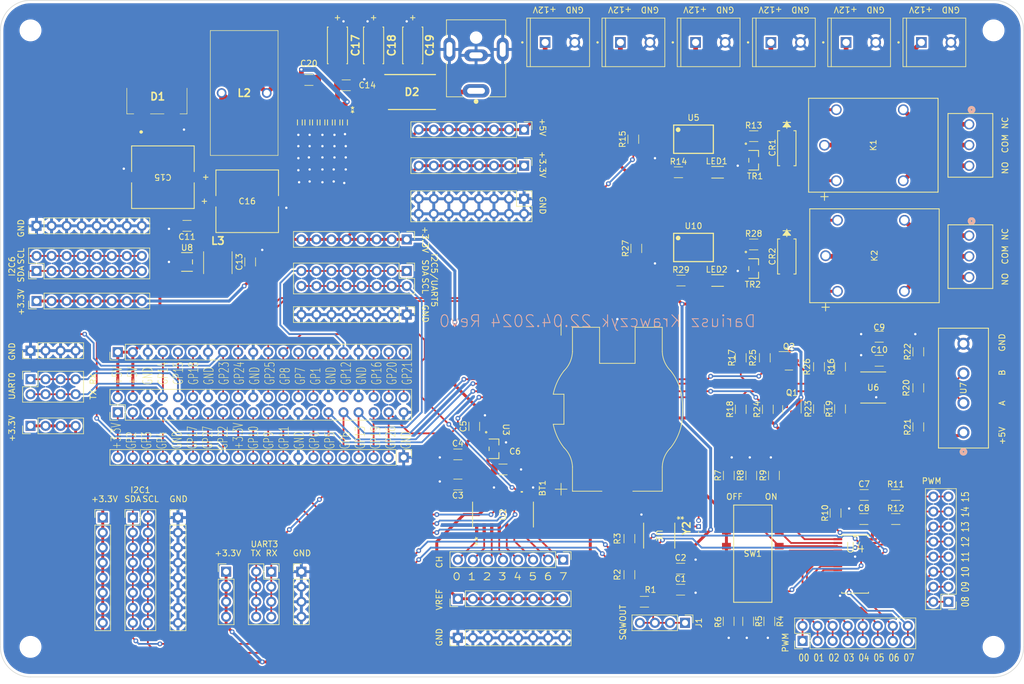
<source format=kicad_pcb>
(kicad_pcb (version 20221018) (generator pcbnew)
  (layers (0 "F.Cu" signal) (31 "B.Cu" power) (34 "B.Paste" user) (35 "F.Paste" user) (36 "B.SilkS" user "B.Silkscreen") (37 "F.SilkS" user "F.Silkscreen") (38 "B.Mask" user) (39 "F.Mask" user) (44 "Edge.Cuts" user))
  (net 0 "")
  (net 1 "Net-(U1-VBAT)")
  (net 2 "GND")
  (net 3 "+5V")
  (net 4 "+3.3V")
  (net 5 "2.5VREF")
  (net 6 "+12V")
  (net 7 "Net-(D1-BASE_K)")
  (net 8 "Net-(U9-CB)")
  (net 9 "Net-(CR1-Pad2)")
  (net 10 "Net-(CR2-Pad2)")
  (net 12 "SQW_OUT")
  (net 13 "Net-(J3-Pin_1)")
  (net 14 "Net-(J3-Pin_2)")
  (net 15 "Net-(J3-Pin_3)")
  (net 16 "Net-(J3-Pin_4)")
  (net 17 "Net-(J3-Pin_5)")
  (net 18 "Net-(J3-Pin_6)")
  (net 19 "Net-(J3-Pin_7)")
  (net 20 "Net-(J3-Pin_8)")
  (net 21 "PCA9685_PWM_0")
  (net 22 "PCA9685_PWM_1")
  (net 23 "PCA9685_PWM_2")
  (net 24 "PCA9685_PWM_3")
  (net 25 "PCA9685_PWM_4")
  (net 26 "PCA9685_PWM_5")
  (net 27 "PCA9685_PWM_6")
  (net 28 "PCA9685_PWM_7")
  (net 29 "PCA9685_PWM_8")
  (net 30 "PCA9685_PWM_9")
  (net 31 "PCA9685_PWM_10")
  (net 32 "PCA9685_PWM_11")
  (net 33 "PCA9685_PWM_12")
  (net 34 "PCA9685_PWM_13")
  (net 35 "PCA9685_PWM_14")
  (net 36 "PCA9685_PWM_15")
  (net 37 "Net-(J8-Pad1)")
  (net 38 "Net-(J8-Pad2)")
  (net 39 "Net-(J8-Pad3)")
  (net 40 "GP2(I2C1_SDA)")
  (net 41 "GP3(I2C1_SCL)")
  (net 42 "GP4(UART3_TX)")
  (net 43 "GP14(UART0_TX)")
  (net 44 "GP15(UART0_RX)")
  (net 45 "GP17(UNUSED)")
  (net 46 "GP18(SPI1_CS)")
  (net 47 "GP27(UNUSED)")
  (net 48 "GP22(I2C6_SDA)")
  (net 49 "GP23(I2C6_SCL)")
  (net 50 "GP26(DE)")
  (net 51 "GP19(SPI1_MISO)")
  (net 52 "GP13(I2C5_SCL{slash}UART5_RX)")
  (net 53 "GP6(RE)")
  (net 54 "GP5(UART3_RX)")
  (net 55 "GP0(DONTUSE)")
  (net 56 "GP11(SPI0_CLK)")
  (net 57 "GP9(SPI0_MISO)")
  (net 58 "GP10(SPI0_MOSI)")
  (net 59 "GP24(RELAY_0)")
  (net 60 "GP25(RELAY_1)")
  (net 61 "GP8(SPI0_CS)")
  (net 62 "GP7(UNUSED)")
  (net 63 "GP1(DONTUSE)")
  (net 64 "GP12(I2C5_SDA{slash}UART5_TX)")
  (net 65 "GP16(UNUSED)")
  (net 66 "GP20(SPI1_MOSI)")
  (net 67 "GP21(SPI1_CLK)")
  (net 68 "Net-(J28-Pad1)")
  (net 69 "Net-(J28-Pad2)")
  (net 70 "Net-(J28-Pad3)")
  (net 71 "Net-(U8-LX)")
  (net 72 "Net-(LED1-Pad2)")
  (net 73 "Net-(LED2-Pad2)")
  (net 74 "UART_TX_LS_5V")
  (net 75 "UART_RX_LS_5V")
  (net 76 "PCA9685_A0")
  (net 77 "PCA9685_A1")
  (net 78 "PCA9685_A2")
  (net 79 "PCA9685_A3")
  (net 80 "PCA9685_A4")
  (net 81 "PCA9685_A5")
  (net 82 "Net-(U4-~OE)")
  (net 83 "Net-(R13-Pad1)")
  (net 84 "Net-(R13-Pad2)")
  (net 85 "Net-(R15-Pad2)")
  (net 86 "RS485_B")
  (net 87 "RS485_A")
  (net 88 "Net-(R27-Pad2)")
  (net 89 "Net-(R28-Pad1)")
  (net 90 "Net-(R28-Pad2)")
  (net 91 "Net-(U1-X1)")
  (net 92 "Net-(U1-X2)")
  (net 95 "Net-(J16-Pin_20)")
  (net 96 "Net-(J16-Pin_12)")
  (net 97 "Net-(D2-A)")
  (footprint "Connector_PinHeader_2.54mm:PinHeader_1x08_P2.54mm_Vertical" (layer "F.Cu") (at 143.256 140.716 90)
    (fp_text reference "J4" hide)
    (fp_text value "Conn_01x08")
  )
  (footprint "Package_TO_SOT_SMD:SOT-23" (layer "F.Cu") (at 199.644 102.108 -90)
    (fp_text reference "Q1")
    (fp_text value "BSS138")
  )
  (footprint "CFS-20632768HZFB:CFS20632768HZFB" (layer "F.Cu") (at 183.896 121.904 90)
    (fp_text reference "Y2")
    (fp_text value "CFS-20632768HZFB" hide)
  )
  (footprint "TPSC156K035R0350:CAPCP6032X280N" (layer "F.Cu") (at 129.032 40.64 -90)
    (fp_text reference "C18")
    (fp_text value "15uF" hide)
  )
  (footprint "Capacitor_SMD:C_1206_3216Metric" (layer "F.Cu") (at 97.536 71.12 180)
    (fp_text reference "C11")
    (fp_text value "4.7uF")
  )
  (footprint "P0841NL:P0841NL" (layer "F.Cu") (at 110.998 48.6791 180)
    (fp_text reference "L2")
    (fp_text value "22.8uH" hide)
  )
  (footprint "LTST_C150GKT:LED_LTST-C150GKT_LTO" (layer "F.Cu") (at 187.096001 80.360001 180)
    (fp_text reference "LED2")
    (fp_text value "LTST-C150GKT")
  )
  (footprint "Connector_PinHeader_2.54mm:PinHeader_1x08_P2.54mm_Vertical" (layer "F.Cu") (at 96.012 120.396)
    (fp_text reference "J13" hide)
    (fp_text value "Conn_01x08")
  )
  (footprint "Connector_PinHeader_2.54mm:PinHeader_1x20_P2.54mm_Vertical" (layer "F.Cu") (at 85.852 92.456 90)
    (fp_text reference "J17" hide)
    (fp_text value "Conn_01x20")
  )
  (footprint "S1MTR:SMA_SDS" (layer "F.Cu") (at 198.780001 76.296001 -90)
    (fp_text reference "CR2")
    (fp_text value "S1MTR")
  )
  (footprint "Resistor_SMD:R_1206_3216Metric" (layer "F.Cu") (at 180.913355 80.360001)
    (fp_text reference "R29")
    (fp_text value "470")
  )
  (footprint "Capacitor_SMD:C_1206_3216Metric" (layer "F.Cu") (at 108.204 77.216 90)
    (fp_text reference "C13")
    (fp_text value "4.7uF")
  )
  (footprint "Capacitor_SMD:C_1206_3216Metric" (layer "F.Cu") (at 146.022 104.994799 90)
    (fp_text reference "C5")
    (fp_text value "0.1uF")
  )
  (footprint "A6S-6104-H(VNM):SW_A6S-6104-H_OMR" (layer "F.Cu") (at 193.04 126.492)
    (fp_text reference "SW1")
    (fp_text value "A6S-6104-H")
  )
  (footprint "Capacitor_SMD:C_1206_3216Metric" (layer "F.Cu") (at 211.787 120.65)
    (fp_text reference "C8")
    (fp_text value "0.1uF")
  )
  (footprint "SK1045-LTP:DIOM7959X262N" (layer "F.Cu") (at 135.509 48.514)
    (fp_text reference "D2")
    (fp_text value "SK1045-LTP" hide)
  )
  (footprint "282836_2:TE_282836-2" (layer "F.Cu") (at 198.588 40.132)
    (fp_text reference "J24" hide)
    (fp_text value "282836-2")
  )
  (footprint "MAX485:21-0041B_8_MXM" (layer "F.Cu") (at 213.36 98.425)
    (fp_text reference "U6")
    (fp_text value "MAX485CSA+")
  )
  (footprint "Connector_PinSocket_2.54mm:PinSocket_2x04_P2.54mm_Vertical" (layer "F.Cu") (at 111.76 129.54)
    (fp_text reference "J37" hide)
    (fp_text value "Conn_02x04_Odd_Even")
  )
  (footprint "Resistor_SMD:R_1206_3216Metric" (layer "F.Cu") (at 220.98 105.0906 90)
    (fp_text reference "R21")
    (fp_text value "20k")
  )
  (footprint "Connector_PinHeader_2.54mm:PinHeader_1x08_P2.54mm_Vertical" (layer "F.Cu") (at 154.432 54.864 -90)
    (fp_text reference "J36" hide)
    (fp_text value "Conn_01x08")
  )
  (footprint "Resistor_SMD:R_1206_3216Metric" (layer "F.Cu") (at 217.17 120.65)
    (fp_text reference "R12")
    (fp_text value "10k")
  )
  (footprint "Connector_PinHeader_2.54mm:PinHeader_1x08_P2.54mm_Vertical" (layer "F.Cu") (at 154.432 60.96 -90)
    (fp_text reference "J5" hide)
    (fp_text value "Conn_01x08")
  )
  (footprint "Package_TO_SOT_SMD:SOT-23" (layer "F.Cu") (at 199.136 93.9146)
    (fp_text reference "Q2")
    (fp_text value "BSS138")
  )
  (footprint "Connector_PinHeader_2.54mm:PinHeader_1x08_P2.54mm_Vertical" (layer "F.Cu") (at 72.136 83.82 90)
    (fp_text reference "J14" hide)
    (fp_text value "Conn_01x08")
  )
  (footprint "Resistor_SMD:R_1206_3216Metric" (layer "F.Cu") (at 196.608 113.284 90)
    (fp_text reference "R9")
    (fp_text value "10k")
  )
  (footprint "Connector_PinHeader_2.54mm:PinHeader_2x08_P2.54mm_Vertical" (layer "F.Cu") (at 226.06 134.62 180)
    (fp_text reference "J6" hide)
    (fp_text value "Conn_02x08_Odd_Even")
  )
  (footprint "7440310047:WE-TPC_381692" (layer "F.Cu") (at 102.743 77.343 -90)
    (fp_text reference "L3")
    (fp_text value "7440310047" hide)
  )
  (footprint "Connector_PinHeader_2.54mm:PinHeader_2x08_P2.54mm_Vertical" (layer "F.Cu") (at 201.437 141.229 90)
    (fp_text reference "J35" hide)
    (fp_text value "Conn_02x08_Odd_Even")
  )
  (footprint "Resistor_SMD:R_1206_3216Metric" (layer "F.Cu") (at 195.072 93.4066 -90)
    (fp_text reference "R25")
    (fp_text value "10k")
  )
  (footprint "Connector_PinHeader_2.54mm:PinHeader_2x20_P2.54mm_Vertical" (layer "F.Cu") (at 85.852 102.616 90)
    (fp_text reference "J9" hide)
    (fp_text value "Conn_02x20_Odd_Even")
  )
  (footprint "BHSD_2032_SM:BAT_BHSD-2032-SM" (layer "F.Cu") (at 170.18 102.103 90)
    (fp_text reference "BT1")
    (fp_text value "BHSD-2032-SM")
  )
  (footprint "Capacitor_SMD:C_1206_3216Metric" (layer "F.Cu") (at 143.256 109.728)
    (fp_text reference "C4")
    (fp_text value "10uF")
  )
  (footprint "6TQ045S:6TQ045S" (layer "F.Cu") (at 92.456 47.6631)
    (fp_text reference "D1")
    (fp_text value "6TQ045S" hide)
  )
  (footprint "Capacitor_SMD:C_1206_3216Metric" (layer "F.Cu") (at 214.376 93.9146)
    (fp_text reference "C10")
    (fp_text value "0.1uF")
  )
  (footprint "282836_2:TE_282836-2" (layer "F.Cu") (at 185.888 40.132)
    (fp_text reference "J25" hide)
    (fp_text value "282836-2")
  )
  (footprint "WL-OCPT_DIP4_SLM-TYPE:WL-OCPT_DIP4_SLM-TYPE" (layer "F.Cu") (at 183.032001 56.484001)
    (fp_text reference "U5")
    (fp_text value "WL-OCP_DIP4_SLM-TYPE")
  )
  (footprint "282836_2:TE_282836-2" (layer "F.Cu") (at 211.288 40.132)
    (fp_text reference "J23" hide)
    (fp_text value "282836-2")
  )
  (footprint "PCA9685PW_112:SOP65P640X110-28N" (layer "F.Cu") (at 210.312 128.27)
    (fp_text reference "U4")
    (fp_text value "PCA9685PW_112")
  )
  (footprint "Resistor_SMD:R_1206_3216Metric" (layer "F.Cu") (at 195.834 137.922 -90)
    (fp_text reference "R4")
    (fp_text value "10k")
  )
  (footprint "MountingHole:MountingHole_3.2mm_M3" (layer "F.Cu") (at 233.68 38.1)
    (fp_text reference "H2" hide)
    (fp_text value "MountingHole")
  )
  (footprint "Connector_PinHeader_2.54mm:PinHeader_1x08_P2.54mm_Vertical" (layer "F.Cu") (at 72.136 71.12 90)
    (fp_text reference "J15" hide)
    (fp_text value "Conn_01x08")
  )
  (footprint "MountingHole:MountingHole_3.2mm_M3" (layer "F.Cu") (at 71.12 38.1)
    (fp_text reference "H1" hide)
    (fp_text value "MountingHole")
  )
  (footprint "Resistor_SMD:R_1206_3216Metric" (layer "F.Cu") (at 188.988 113.284 90)
    (fp_text reference "R7")
    (fp_text value "10k")
  )
  (footprint "Capacitor_SMD:C_1206_3216Metric" (layer "F.Cu") (at 143.256 114.808 180)
    (fp_text reference "C3")
    (fp_text value "1uF")
  )
  (footprint "Resistor_SMD:R_1206_3216Metric" (layer "F.Cu") (at 192.254 137.922 -90)
    (fp_text reference "R5")
    (fp_text value "10k")
  )
  (footprint "MCP3208T-BI/SL:SOIC16-N_MC_MCH" (layer "F.Cu") (at 150.876 119.888 90)
    (fp_text reference "U2")
    (fp_text value "MCP3208T-BI/SL")
  )
  (footprint "Resistor_SMD:R_1206_3216Metric" (layer "F.Cu") (at 217.17 116.586)
    (fp_text reference "R11")
    (fp_text value "10k")
  )
  (footprint "282836_2:TE_282836-2" (layer "F.Cu") (at 173.188 40.132)
    (fp_text reference "J26" hide)
    (fp_text value "282836-2")
  )
  (footprint "Connector_PinHeader_2.54mm:PinHeader_1x04_P2.54mm_Vertical" (layer "F.Cu") (at 116.84 129.54)
    (fp_text reference "J34" hide)
    (fp_text value "Conn_01x04")
  )
  (footprint "Resistor_SMD:R_1206_3216Metric" (layer "F.Cu") (at 172.212 130.048 90)
    (fp_text reference "R2")
    (fp_text value "4.7k")
  )
  (footprint "Capacitor_SMD:C_1206_3216Metric" (layer "F.Cu") (at 150.876 112.268)
    (fp_text reference "C6")
    (fp_text value "1uF")
  )
  (footprint "Resistor_SMD:R_1206_3216Metric" (layer "F.Cu") (at 207.772 102.0426 90)
    (fp_text reference "R19")
    (fp_text value "10k")
  )
  (footprint "S1MTR:SMA_SDS" (layer "F.Cu") (at 198.780001 58.008001 -90)
    (fp_text reference "CR1")
    (fp_text value "S1MTR")
  )
  (footprint "Connector_PinSocket_2.54mm:PinSocket_2x04_P2.54mm_Vertical" (layer "F.Cu") (at 71.12 97.028 90)
    (fp_text reference "J29" hide)
    (fp_text value "Conn_02x04_Odd_Even")
  )
  (footprint "Resistor_SMD:R_1206_3216Metric" (layer "F.Cu") (at 174.752 134.62)
    (fp_text reference "R1")
    (fp_text value "4.7k")
  )
  (footprint "Capacitor_SMD:C_1206_3216Metric" (layer "F.Cu") (at 118.11 46.482)
    (fp_text reference "C20")
    (fp_text value "0.01uF")
  )
  (footprint "16SVP180MX:PCAP_SVP_F8_PAN" (layer "F.Cu") (at 107.696 66.9671)
    (fp_text reference "C16")
    (fp_text value "180uF")
  )
  (footprint "Resistor_SMD:R_1206_3216Metric" (layer "F.Cu") (at 172.212 123.952 -90)
    (fp_text reference "R3")
    (fp_text value "4.7k")
  )
  (footprint "MCP1525T-I/TT:SOT-23_MC_MCH" (layer "F.Cu") (at 149.3512 108.777999 -90)
    (fp_text reference "U3")
    (fp_text value "MCP1525T-I/TT")
  )
  (footprint "LTST_C150GKT:LED_LTST-C150GKT_LTO" (layer "F.Cu") (at 187.096001 62.072001 180)
    (fp_text reference "LED1")
    (fp_text value "LTST-C150GKT")
  )
  (footprint "1546551_3:CONN3_1546551-3_TEC" (layer "F.Cu") (at 229.568001 72.771401 -90)
    (fp_text reference "J28" hide)
    (fp_text value "1546551-3")
  )
  (footprint "TPSC156K035R0350:CAPCP6032X280N" (layer "F.Cu") (at 122.936 40.64 -90)
    (fp_text reference "C17")
    (fp_text value "15uF" hide)
  )
  (footprint "Resistor_SMD:R_1206_3216Metric" (layer "F.Cu") (at 207.772 94.9306 -90)
    (fp_text reference "R16")
    (fp_text value "10k")
  )
  (footprint "282836_2:TE_282836-2" (layer "F.Cu") (at 160.488 40.132)
    (fp_text reference "J27" hide)
    (fp_text value "282836-2")
  )
  (footprint "Resistor_SMD:R_1206_3216Metric" (layer "F.Cu") (at 180.492001 62.072001)
    (fp_text reference "R14")
    (fp_text value "470")
  )
  (footprint "Connector_PinHeader_2.54mm:PinHeader_1x04_P2.54mm_Vertical" (layer "F.Cu") (at 71.12 104.907 90)
    (fp_text reference "J31" hide)
    (fp_text value "Conn_01x04")
  )
  (footprint "G5LE_14_DC5:RELAY_G5LE-1 DC5_OMR" (layer "F.Cu") (at 221.640001 57.500001 90)
    (fp_text reference "K1")
    (fp_text value "G5LE-14 DC5")
  )
  (footprint "Connector_PinHeader_2.54mm:PinHeader_2x08_P2.54mm_Vertical" (layer "F.Cu") (at 134.62 78.74 -90)
    (fp_text reference "J19" hide)
    (fp_text value "Conn_02x08_Odd_Even")
  )
  (footprint "282836_2:TE_282836-2" (layer "F.Cu") (at 223.988 40.132)
    (fp_text reference "J22" hide)
    (fp_text value "282836-2")
  )
  (footprint "TPSC156K035R0350:CAPCP6032X280N" (layer "F.Cu") (at 135.636 40.64 -90)
    (fp_text reference "C19")
    (fp_text value "15uF" hide)
  )
  (footprint "Capacitor_SMD:C_1206_3216Metric" (layer "F.Cu") (at 180.848 129.032)
    (fp_text reference "C2")
    (fp_text value "0.1uF")
  )
  (footprint "MountingHole:MountingHole_3.2mm_M3" (layer "F.Cu") (at 233.68 142.24)
    (fp_text reference "H3" hide)
    (fp_text value "MountingHole")
  )
  (footprint "Connector_PinHeader_2.54mm:PinHeader_1x08_P2.54mm_Vertical" (layer "F.Cu") (at 134.62 73.41 -90)
    (fp_text reference "J18" hide)
    (fp_text value "Conn_01x08")
  )
  (footprint "Connector_PinHeader_2.54mm:PinHeader_2x08_P2.54mm_Vertical" (layer "F.Cu") (at 154.432 66.548 -90)
    (fp_text reference "J7" hide)
    (fp_text value "Conn_02x08_Counter_Clockwise")
  )
  (footprint "Connector_PinHeader_2.54mm:PinHeader_1x04_P2.54mm_Vertical" (layer "F.Cu") (at 71.12 92.207 90)
    (fp_text reference "J30" hide)
    (fp_text value "Conn_01x04")
  )
  (footprint "DS1307ZN_T_R:21-0041B_8_MXM" (layer "F.Cu") (at 177.243 123.444 -90)
    (fp_text reference "U1")
    (fp_text value "DS1307ZN+T&R")
  )
  (footprint "Connector_PinHeader_2.54mm:PinHeader_1x08_P2.54mm_Vertical" (layer "F.Cu") (at 83.312 120.396)
    (fp_text reference "J11" hide)
    (fp_text value "Conn_01x08")
  )
  (footprint "Resistor_SMD:R_1206_3216Metric" (layer "F.Cu") (at 192.786 113.284 90)
    (fp_text reference "R8")
    (fp_text value "10k")
  )
  (footprint "Resistor_SMD:R_1206_3216Metric" (layer "F.Cu") (at 204.216 102.0426 90)
    (fp_text reference "R23")
    (fp_text value "10k")
  )
  (footprint "Connector_PinHeader_2.54mm:PinHeader_1x04_P2.54mm_Vertical" (layer "F.Cu") (at 104.14 129.54)
    (fp_text reference "J32" hide)
    (fp_text value "Conn_01x04")
  )
  (footprint "PJ_063AH:CUI_PJ-063AH" (layer "F.Cu") (at 146.329 48.3161 90)
    (fp_text reference "J21" hide)
    (fp_text value "PJ-063AH")
  )
  (footprint "MMBT2222A_TP:MTR_MMBT2222A-TP_MCE" (layer "F.Cu") (at 193.192001 60.040001 -90)
    (fp_text reference "TR1")
    (fp_text value "MMBT2222A-TP" hide)
  )
  (footprint "Capacitor_SMD:C_1206_3216Metric" (layer "F.Cu") (at 124.411 47.371)
    (fp_text reference "C14")
    (fp_text value "0.47uF")
  )
  (footprint "Resistor_SMD:R_1206_3216Metric" (layer "F.Cu") (at 173.380001 74.93 90)
    (fp_text reference "R27")
    (fp_text value "510")
  )
  (footprint "LM2678S_5_0:TS7B" (layer "F.Cu") (at 120.396 59.7916 180)
    (fp_text reference "U9" hide)
    (fp_text value "LM2678S-5.0")
  )
  (footprint "Resistor_SMD:R_1206_3216Metric" (layer "F.Cu") (at 220.98 98.4866 -90)
    (fp_text reference "R20")
    (fp_text value "120")
  )
  (footprint "Capacitor_SMD:C_1206_3216Metric" (layer "F.Cu") (at 214.376 89.8506 180)
    (fp_text reference "C9")
    (fp_text value "10uF")
  )
  (footprint "MCP1603T_330I_OS:TSOT5_MC_MCH" (layer "F.Cu") (at 97.536 77.216)
    (fp_text reference "U8")
    (fp_text value "MCP1603T-330I/OS")
  )
  (footprint "1546551_3:CONN3_1546551-3_TEC" (layer "F.Cu") (at 229.568001 53.975401 -90)
    (fp_text reference "J8" hide)
    (fp_text value "1546551-3")
  )
  (footprint "Capacitor_SMD:C_1206_3216Metric" (layer "F.Cu") (at 180.848 132.588)
    (fp_text reference "C1")
    (fp_text value "0.1uF")
  )
  (footprint "MountingHole:MountingHole_3.2mm_M3" (layer "F.Cu") (at 71.12 142.24)
    (fp_text reference "H4" hide)
    (fp_text value "MountingHole")
  )
  (footprint "Resistor_SMD:R_1206_3216Metric" (layer "F.Cu") (at 172.872001 56.484001 90)
    (fp_text reference "R15")
    (fp_text value "510")
  )
  (footprint "Connector_PinHeader_2.54mm:PinHeader_1x08_P2.54mm_Vertical" (layer "F.Cu") (at 143.256 134.112 90)
    (fp_text reference "J2" hide)
    (fp_text value "Conn_01x08")
  )
  (footprint "Resistor_SMD:R_1206_3216Metric" (layer "F.Cu") (at 204.216 94.9306 -90)
    (fp_text reference "R26")
    (fp_text value "10k")
  )
  (footprint "Resistor_SMD:R_1206_3216Metric" (layer "F.Cu") (at 220.98 92.3906 90)
    (fp_text reference "R22")
    (fp_text value "20k")
  )
  (footprint "MMBT2222A_TP:MTR_MMBT2222A-TP_MCE" (layer "F.Cu") (at 193.192001 78.328001 -90)
    (fp_text reference "TR2")
    (fp_text value "MMBT2222A-TP")
  )
  (footprint "Connector_PinHeader_2.54mm:PinHeader_1x08_P2.54mm_Vertical" (layer "F.Cu") (at 134.62 86.11 -90)
    (fp_text reference "J20" hide)
    (fp_text value "Conn_01x08")
  )
  (footprint "G5LE_14_DC5:RELAY_G5LE-1 DC5_OMR" (layer "F.Cu") (at 221.829351 76.169001 90)
    (fp_text reference "K2")
    (fp_text value "G5LE-14 DC5")
  )
  (footprint "Resistor_SMD:R_1206_3216Metric" (layer "F.Cu") (at 193.192001 74.264001)
    (fp_text reference "R28")
    (fp_text value "510")
  )
  (footprint "Connector_PinHeader_2.54mm:PinHeader_2x08_P2.54mm_Vertical" (layer "F.Cu") (at 88.392 120.396)
    (fp_text reference "J12" hide)
    (fp_text value "Conn_02x08_Odd_Even")
  )
  (footprint "Resistor_SMD:R_1206_3216Metric" (layer "F.Cu") (at 195.58 102.108 90)
    (fp_text reference "R24")
    (fp_text value "10k")
  )
  (footprint "Connector_PinHeader_2.54mm:PinHeader_1x20_P2.54mm_Vertical" (layer "F.Cu") (at 134.112 110.236 -90)
    (fp_text reference "J16" hide)
    (fp_text value "Conn_01x20")
  )
  (footprint "Capacitor_SMD:C_1206_3216Metric" (layer "F.Cu") (at 211.836 116.586)
    (fp_text reference "C7")
    (fp_text value "10uF")
  )
  (footprint "Resistor_SMD:R_1206_3216Metric" (layer "F.Cu") (at 193.192001 55.976001)
    (fp_text reference "R13")
    (fp_text value "510")
  )
  (footprint "16SVP180MX:PCAP_SVP_F8_PAN" (layer "F.Cu") (at 93.472 62.9031 180)
    (fp_text reference "C15")
    (fp_text value "180uF")
  )
  (footprint "WL-OCPT_DIP4_SLM-TYPE:WL-OCPT_DIP4_SLM-TYPE" (layer "F.Cu") (at 183.032001 74.772001)
    (fp_text reference "U10")
    (fp_text value "WL-OCP_DIP4_SLM-TYPE")
  )
  (footprint "282836_4:282836-4_TYC" (layer "F.Cu") (at 228.6 106.0266 90)
    (fp_text reference "U7")
    (fp_text value "282836-4")
  )
  (footprint "Connector_PinHeader_2.54mm:PinHeader_1x04_P2.54mm_Vertical" (layer "F.Cu") (at 181.6 138.176 -90)
    (fp_text reference "J1")
    (fp_text value "Conn_01x04")
  )
  (footprint "Resistor_SMD:R_1206_3216Metric" (layer "F.Cu") (at 191.008 102.108 90)
    (fp_text reference "R18")
    (fp_text value "10k")
  )
  (footprint "Resistor_SMD:R_1206_3216Metric" (layer "F.Cu") (at 207.01 119.634 -90)
    (fp_text reference "R10")
    (fp_text value "10k")
  )
  (footprint "Connector_PinHeader_2.54mm:PinHeader_2x08_P2.54mm_Vertical" (layer "F.Cu") (at 72.136 78.74 90)
    (fp_text reference "J10" hide)
    (fp_text value "Conn_02x08_Odd_Even")
  )
  (footprint "Connector_PinHeader_2.54mm:PinHeader_1x08_P2.54mm_Vertical" (layer "F.Cu") (at 161.036 127.508 -90)
    (fp_text reference "J3" hide)
    (fp_text value "Conn_01x08")
  )
  (footprint "Resistor_SMD:R_1206_3216Metric" (layer "F.Cu") (at 191.008 93.4066 -90)
    (fp_text reference "R17")
    (fp_text value "10k")
  )
  (footprint "Resistor_SMD:R_1206_3216Metric" (layer "F.Cu") (at 188.964 137.922 -90)
    (fp_text reference "R6")
    (fp_text value "10k")
  )
  (gr_line (start 66.04 142.24) (end 66.04 38.1) (stroke (width 0.1)) (layer "Edge.Cuts"))
  (gr_arc (start 66.04 38.1) (mid 67.527898 34.507898) (end 71.12 33.02) (stroke (width 0.1)) (layer "Edge.Cuts"))
  (gr_line (start 71.12 33.02) (end 233.68 33.02) (stroke (width 0.1)) (layer "Edge.Cuts"))
  (gr_arc (start 71.12 147.32) (mid 67.527898 145.832102) (end 66.04 142.24) (stroke (width 0.1)) (layer "Edge.Cuts"))
  (gr_line (start 233.68 147.32) (end 71.12 147.32) (stroke (width 0.1)) (layer "Edge.Cuts"))
  (gr_arc (start 233.68 33.02) (mid 237.272102 34.507898) (end 238.76 38.1) (stroke (width 0.1)) (layer "Edge.Cuts"))
  (gr_arc (start 238.76 142.24) (mid 237.272102 145.832102) (end 233.68 147.32) (stroke (width 0.1)) (layer "Edge.Cuts"))
  (gr_line (start 238.76 38.1) (end 238.76 142.24) (stroke (width 0.1)) (layer "Edge.Cuts"))
  (gr_text "Dariusz Krawczyk 22.04.2024 Rev0" (at 193.675 88.392) (layer "B.SilkS") (effects (font (size 2 2)) (justify left bottom mirror)))
  (gr_text "GND" (at 94.488 117.856) (layer "F.SilkS") (effects (font (size 1 1)) (justify left bottom)))
  (gr_text "+12V" (at 223.52 34.036 180) (layer "F.SilkS") (effects (font (size 1 1)) (justify left bottom)))
  (gr_text "+3.3V" (at 81.28 117.856) (layer "F.SilkS") (effects (font (size 1 1)) (justify left bottom)))
  (gr_text "UART3" (at 108.204 125.476) (layer "F.SilkS") (effects (font (size 1 1)) (justify left bottom)))
  (gr_text "TX" (at 82.296 100.584 90) (layer "F.SilkS") (effects (font (size 1 1)) (justify left bottom)))
  (gr_text "+3.3V\nGP2\nGP3\nGP4\nGND\nGP17\nGP27\nGP22\n+3.3V\nGP10\nGP9\nGP11\nGND\nGP0\nGP5\nGP6\nGP13\nGP19\nGP26\nGND" (at 135.442 108.906 90) (layer "F.SilkS") (effects (font (size 1.6 1) (thickness 0.1)) (justify left bottom)))
  (gr_text "+12V" (at 210.82 34.036 180) (layer "F.SilkS") (effects (font (size 1 1)) (justify left bottom)))
  (gr_text "SDA" (at 137.16 76.708 -90) (layer "F.SilkS") (effects (font (size 1 1)) (justify left bottom)))
  (gr_text "COM" (at 236.22 58.928 90) (layer "F.SilkS") (effects (font (size 1 1)) (justify left bottom)))
  (gr_text "+12V" (at 198.12 34.036 180) (layer "F.SilkS") (effects (font (size 1 1)) (justify left bottom)))
  (gr_text "00 01 02 03 04 05 06 07" (at 200.66 144.78) (layer "F.SilkS") (effects (font (size 1.2 0.95)) (justify left bottom)))
  (gr_text "SCL" (at 137.16 79.756 -90) (layer "F.SilkS") (effects (font (size 1 1)) (justify left bottom)))
  (gr_text "GND" (at 164.592 34.036 180) (layer "F.SilkS") (effects (font (size 1 1)) (justify left bottom)))
  (gr_text "NO" (at 236.22 62.484 90) (layer "F.SilkS") (effects (font (size 1 1)) (justify left bottom)))
  (gr_text "+12V" (at 185.42 34.036 180) (layer "F.SilkS") (effects (font (size 1 1)) (justify left bottom)))
  (gr_text "+3.3V" (at 102.108 127) (layer "F.SilkS") (effects (font (size 1 1)) (justify left bottom)))
  (gr_text "0 1 2 3 4 5 6 7" (at 142.24 131.064) (layer "F.SilkS") (effects (font (size 1.2 1.5)) (justify left bottom)))
  (gr_text "+12V" (at 160.02 34.036 180) (layer "F.SilkS") (effects (font (size 1 1)) (justify left bottom)))
  (gr_text "+5V" (at 156.972 52.832 270) (layer "F.SilkS") (effects (font (size 1 1)) (justify left bottom)))
  (gr_text "SDA" (at 70.104 80.772 90) (layer "F.SilkS") (effects (font (size 1 1)) (justify left bottom)))
  (gr_text "RX" (at 82.296 98.044 90) (layer "F.SilkS") (effects (font (size 1 1)) (justify left bottom)))
  (gr_text "+3.3V" (at 68.58 107.696 90) (layer "F.SilkS") (effects (font (size 1 1)) (justify left bottom)))
  (gr_text "SQWOUT" (at 171.704 141.224 90) (layer "F.SilkS") (effects (font (size 1 1)) (justify left bottom)))
  (gr_text "+12V" (at 172.72 34.036 180) (layer "F.SilkS") (effects (font (size 1 1)) (justify left bottom)))
  (gr_text "UART0" (at 68.58 100.584 90) (layer "F.SilkS") (effects (font (size 1 1)) (justify left bottom)))
  (gr_text "+3.3V" (at 156.972 58.42 -90) (layer "F.SilkS") (effects (font (size 1 1)) (justify left bottom)))
  (gr_text "I2C1" (at 87.884 116.332) (layer "F.SilkS") (effects (font (size 1 1)) (justify left bottom)))
  (gr_text "PWM" (at 221.488 114.808) (layer "F.SilkS") (effects (font (size 1 1)) (justify left bottom)))
  (gr_text "SCL" (at 89.916 117.856) (layer "F.SilkS") (effects (font (size 1 1)) (justify left bottom)))
  (gr_text "PWM" (at 199.136 143.256 90) (layer "F.SilkS") (effects (font (size 1 1)) (justify left bottom)))
  (gr_text "A" (at 235.712 101.6 90) (layer "F.SilkS") (effects (font (size 1 1)) (justify left bottom)))
  (gr_text "NC" (at 236.22 54.864 90) (layer "F.SilkS") (effects (font (size 1 1)) (justify left bottom)))
  (gr_text "GND" (at 156.972 66.04 -90) (layer "F.SilkS") (effects (font (size 1 1)) (justify left bottom)))
  (gr_text "GND" (at 70.104 73.152 90) (layer "F.SilkS") (effects (font (size 1 1)) (justify left bottom)))
  (gr_text "NO" (at 236.22 81.28 90) (layer "F.SilkS") (effects (font (size 1 1)) (justify left bottom)))
  (gr_text "GND" (at 115.316 127) (layer "F.SilkS") (effects (font (size 1 1)) (justify left bottom)))
  (gr_text "RX" (at 110.744 127) (layer "F.SilkS") (effects (font (size 1 1)) (justify left bottom)))
  (gr_text "I2C6" (at 68.58 79.756 90) (layer "F.SilkS") (effects (font (size 1 1)) (justify left bottom)))
  (gr_text "GND" (at 215.392 34.036 180) (layer "F.SilkS") (effects (font (size 1 1)) (justify left bottom)))
  (gr_text "GND" (at 189.992 34.036 180) (layer "F.SilkS") (effects (font (size 1 1)) (justify left bottom)))
  (gr_text "NC" (at 236.22 73.66 90) (layer "F.SilkS") (effects (font (size 1 1)) (justify left bottom)))
  (gr_text "CH" (at 140.716 129.032 90) (layer "F.SilkS") (effects (font (size 1 1)) (justify left bottom)))
  (gr_text "GND" (at 137.16 84.328 -90) (layer "F.SilkS") (effects (font (size 1 1)) (justify left bottom)))
  (gr_text "SDA" (at 86.868 117.856) (layer "F.SilkS") (effects (font (size 1 1)) (justify left bottom)))
  (gr_text "GND" (at 140.716 142.24 90) (layer "F.SilkS") (effects (font (size 1 1)) (justify left bottom)))
  (gr_text "GND" (at 235.712 92.456 90) (layer "F.SilkS") (effects (font (size 1 1)) (justify left bottom)))
  (gr_text "08 09 10 11 12 13 14 15" (at 229.616 135.636 90) (layer "F.SilkS") (effects (font (size 1.2 0.95)) (justify left bottom)))
  (gr_text "+5V" (at 235.712 108.204 90) (layer "F.SilkS") (effects (font (size 1 1)) (justify left bottom)))
  (gr_text "GND" (at 68.58 93.98 90) (layer "F.SilkS") (effects (font (size 1 1)) (justify left bottom)))
  (gr_text "GND" (at 228.092 34.036 180) (layer "F.SilkS") (effects (font (size 1 1)) (justify left bottom)))
  (gr_text "COM" (at 236.22 77.724 90) (layer "F.SilkS") (effects (font (size 1 1)) (justify left bottom)))
  (gr_text "B" (at 235.712 96.52 90) (layer "F.SilkS") (effects (font (size 1 1)) (justify left bottom)))
  (gr_text "+5V\n+5V\nGND\nGP14\nGP15\nGP18\nGND\nGP23\nGP24\nGND\nGP25\nGP8\nGP7\nGP1\nGND\nGP12\nGND\nGP16\nGP20\nGP21" (at 135.636 98.044 90) (layer "F.SilkS") (effects (font (size 1.6 1) (thickness 0.1)) (justify left bottom)))
  (gr_text "GND" (at 202.692 34.036 180) (layer "F.SilkS") (effects (font (size 1 1)) (justify left bottom)))
  (gr_text "VREF" (at 140.716 136.144 90) (layer "F.SilkS") (effects (font (size 1 1)) (justify left bottom)))
  (gr_text "I2C5/UART5" (at 138.684 75.692 270) (layer "F.SilkS") (effects (font (size 1 1)) (justify left bottom)))
  (gr_text "GND" (at 177.292 34.036 180) (layer "F.SilkS") (effects (font (size 1 1)) (justify left bottom)))
  (gr_text "TX" (at 108.204 127) (layer "F.SilkS") (effects (font (size 1 1)) (justify left bottom)))
  (gr_text "+3.3V" (at 137.16 71.12 -90) (layer "F.SilkS") (effects (font (size 1 1)) (justify left bottom)))
  (gr_text "SCL" (at 70.104 77.724 90) (layer "F.SilkS") (effects (font (size 1 1)) (justify left bottom)))
  (gr_text "+3.3V" (at 70.104 86.36 90) (layer "F.SilkS") (effects (font (size 1 1)) (justify left bottom)))
  (segment (start 176.608 120.71985) (end 176.608 120.22) (width 0.5) (layer "F.Cu") (net 1))
  (segment (start 176.608 120.22) (end 173.731 117.343) (width 0.5) (layer "F.Cu") (net 1))
  (segment (start 173.731 117.343) (end 170.18 117.343) (width 0.5) (layer "F.Cu") (net 1))
  (segment (start 196.608 111.8215) (end 196.608 110.756) (width 0.5) (layer "F.Cu") (net 2))
  (segment (start 94.488 71.628) (end 94.996 71.12) (width 0.5) (layer "F.Cu") (net 2))
  (segment (start 89.1667 62.9031) (end 88.3031 62.9031) (width 0.5) (layer "F.Cu") (net 2))
  (segment (start 220.98 89.916) (end 220.472 89.408) (width 0.5) (layer "F.Cu") (net 2))
  (segment (start 175.338 120.71985) (end 175.07585 120.71985) (width 0.5) (layer "F.Cu") (net 2))
  (segment (start 196.608 110.756) (end 196.088 110.236) (width 0.5) (layer "F.Cu") (net 2))
  (segment (start 188.988 110.732) (end 189.484 110.236) (width 0.5) (layer "F.Cu") (net 2))
  (segment (start 190.532501 60.992501) (end 190.5 60.96) (width 0.5) (layer "F.Cu") (net 2))
  (segment (start 140.716 114.808) (end 140.208 114.3) (width 0.5) (layer "F.Cu") (net 2))
  (segment (start 148.971 117.4242) (end 148.971 115.697) (width 0.5) (layer "F.Cu") (net 2))
  (segment (start 120.396 55.753) (end 120.396 57.658) (width 0.8) (layer "F.Cu") (net 2))
  (segment (start 211.328 125.984) (end 213.233 125.984) (width 0.3) (layer "F.Cu") (net 2))
  (segment (start 147.432201 103.519799) (end 147.828 103.124) (width 0.5) (layer "F.Cu") (net 2))
  (segment (start 155.321 115.951) (end 155.956 115.316) (width 0.5) (layer "F.Cu") (net 2))
  (segment (start 129.032 37.592) (end 128.016 36.576) (width 0.5) (layer "F.Cu") (net 2))
  (segment (start 210.312 127) (end 211.328 125.984) (width 0.3) (layer "F.Cu") (net 2))
  (segment (start 150.3664 108.7136) (end 151.384 107.696) (width 0.5) (layer "F.Cu") (net 2))
  (segment (start 109.679 75.741) (end 110.236 75.184) (width 0.5) (layer "F.Cu") (net 2))
  (segment (start 148.971 115.697) (end 149.352 115.316) (width 0.5) (layer "F.Cu") (net 2))
  (segment (start 141.781 114.808) (end 140.716 114.808) (width 0.5) (layer "F.Cu") (net 2))
  (segment (start 94.981 52.817) (end 97.028 54.864) (width 0.5) (layer "F.Cu") (net 2))
  (segment (start 120.396 57.658) (end 120.396 59.563) (width 0.8) (layer "F.Cu") (net 2))
  (segment (start 212.2786 93.9146) (end 211.328 92.964) (width 0.5) (layer "F.Cu") (net 2))
  (segment (start 113.1951 66.9671) (end 114.3 68.072) (width 0.5) (layer "F.Cu") (net 2))
  (segment (start 207.391 132.4864) (end 207.391 133.223) (width 0.5) (layer "F.Cu") (net 2))
  (segment (start 210.312 120.65) (end 210.312 119.888) (width 0.5) (layer "F.Cu") (net 2))
  (segment (start 182.323 132.588) (end 182.88 132.588) (width 0.5) (layer "F.Cu") (net 2))
  (segment (start 195.834 140.462) (end 195.58 140.716) (width 0.5) (layer "F.Cu") (net 2))
  (segment (start 192.786 111.8215) (end 192.786 110.49) (width 0.5) (layer "F.Cu") (net 2))
  (segment (start 177.632001 58.587999) (end 176.53 59.69) (width 0.5) (layer "F.Cu") (net 2))
  (segment (start 122.936 37.592) (end 123.952 36.576) (width 0.5) (layer "F.Cu") (net 2))
  (segment (start 212.901 93.9146) (end 212.2786 93.9146) (width 0.5) (layer "F.Cu") (net 2))
  (segment (start 182.323 128.573) (end 183.388 127.508) (width 0.5) (layer "F.Cu") (net 2))
  (segment (start 112.0013 66.9671) (end 113.1951 66.9671) (width 0.5) (layer "F.Cu") (net 2))
  (segment (start 192.125201 60.992501) (end 190.532501 60.992501) (width 0.5) (layer "F.Cu") (net 2))
  (segment (start 135.636 37.592) (end 134.62 36.576) (width 0.5) (layer "F.Cu") (net 2))
  (segment (start 188.988 111.8215) (end 188.988 110.732) (width 0.5) (layer "F.Cu") (net 2))
  (segment (start 220.98 90.9281) (end 220.98 89.916) (width 0.5) (layer "F.Cu") (net 2))
  (segment (start 210.361 117.807) (end 209.296 118.872) (width 0.5) (layer "F.Cu") (net 2))
  (segment (start 191.040501 79.280501) (end 190.5 78.74) (width 0.5) (layer "F.Cu") (net 2))
  (segment (start 94.996 71.12) (end 96.061 71.12) (width 0.5) (layer "F.Cu") (net 2))
  (segment (start 175.07585 120.71985) (end 174.244 119.888) (width 0.5) (layer "F.Cu") (net 2))
  (segment (start 140.716 109.728) (end 140.208 110.236) (width 0.5) (layer "F.Cu") (net 2))
  (segment (start 150.3664 108.777999) (end 150.3664 108.7136) (width 0.5) (layer "F.Cu") (net 2))
  (segment (start 177.632001 76.042001) (end 177.632001 76.367999) (width 0.5) (layer "F.Cu") (net 2))
  (segment (start 126.443 47.371) (end 127.459 46.355) (width 0.5) (layer "F.Cu") (net 2))
  (segment (start 135.636 38.5064) (end 135.636 37.592) (width 0.5) (layer "F.Cu") (net 2))
  (segment (start 207.391 133.223) (end 207.772 133.604) (width 0.5) (layer "F.Cu") (net 2))
  (segment (start 188.964 139.3845) (end 188.964 140.704) (width 0.5) (layer "F.Cu") (net 2))
  (segment (start 141.781 109.728) (end 140.716 109.728) (width 0.5) (layer "F.Cu") (net 2))
  (segment (start 177.632001 57.754001) (end 177.632001 58.587999) (width 0.5) (layer "F.Cu") (net 2))
  (segment (start 155.321 117.4242) (end 155.321 115.951) (width 0.5) (layer "F.Cu") (net 2))
  (segment (start 192.254 140.486) (end 192.024 140.716) (width 0.5) (layer "F.Cu") (net 2))
  (segment (start 146.022 103.519799) (end 147.432201 103.519799) (width 0.5) (layer "F.Cu") (net 2))
  (segment (start 211.7706 89.8506) (end 211.328 89.408) (width 0.5) (layer "F.Cu") (net 2))
  (segment (start 182.88 132.588) (end 183.388 133.096) (width 0.5) (layer "F.Cu") (net 2))
  (segment (start 208.5955 118.1715) (end 209.296 118.872) (width 0.5) (layer "F.Cu") (net 2))
  (segment (start 125.886 47.371) (end 126.443 47.371) (width 0.5) (layer "F.Cu") (net 2))
  (segment (start 122.936 38.5064) (end 122.936 37.592) (width 0.5) (layer "F.Cu") (net 2))
  (segment (start 192.125201 79.280501) (end 191.040501 79.280501) (width 0.5) (layer "F.Cu") (net 2))
  (segment (start 108.204 75.741) (end 109.679 75.741) (width 0.5) (layer "F.Cu") (net 2))
  (segment (start 129.032 38.5064) (end 129.032 37.592) (width 0.5) (layer "F.Cu") (net 2))
  (segment (start 94.981 52.5231) (end 94.981 52.817) (width 0.5) (layer "F.Cu") (net 2))
  (segment (start 152.351 112.268) (end 153.924 112.268) (width 0.5) (layer "F.Cu") (net 2))
  (segment (start 120.396 51.5112) (end 120.396 55.753) (width 0.8) (layer "F.Cu") (net 2))
  (segment (start 192.254 139.3845) (end 192.254 140.486) (width 0.5) (layer "F.Cu") (net 2))
  (segment (start 207.01 118.1715) (end 208.5955 118.1715) (width 0.5) (layer "F.Cu") (net 2))
  (segment (start 210.312 119.888) (end 209.296 118.872) (width 0.5) (layer "F.Cu") (net 2))
  (segment (start 214.122 100.33) (end 213.868 100.076) (width 0.5) (layer "F.Cu") (net 2))
  (segment (start 182.323 129.032) (end 182.323 128.573) (width 0.5) (layer "F.Cu") (net 2))
  (segment (start 188.964 140.704) (end 188.976 140.716) (width 0.5) (layer "F.Cu") (net 2))
  (segment (start 212.901 89.8506) (end 211.7706 89.8506) (width 0.5) (layer "F.Cu") (net 2))
  (segment (start 210.361 116.586) (end 210.361 117.807) (width 0.5) (layer "F.Cu") (net 2))
  (segment (start 216.08415 100.33) (end 214.122 100.33) (width 0.5) (layer "F.Cu") (net 2))
  (segment (start 195.834 139.3845) (end 195.834 140.462) (width 0.5) (layer "F.Cu") (net 2))
  (segment (start 88.3031 62.9031) (end 86.868 61.468) (width 0.5) (layer "F.Cu") (net 2))
  (segment (start 120.396 59.563) (end 120.396 59.944) (width 0.8) (layer "F.Cu") (net 2))
  (segment (start 192.786 110.49) (end 192.532 110.236) (width 0.5) (layer "F.Cu") (net 2))
  (segment (start 177.632001 76.367999) (end 176.53 77.47) (width 0.5) (layer "F.Cu") (net 2))
  (segment (start 96.2582 77.216) (end 94.488 77.216) (width 0.5) (layer "F.Cu") (net 2))
  (via (at 189.484 110.236) (size 0.8) (drill 0.4) (layers "F.Cu" "B.Cu") (net 2))
  (via (at 140.208 114.3) (size 0.8) (drill 0.4) (layers "F.Cu" "B.Cu") (net 2))
  (via (at 122.428 55.753) (size 0.8) (drill 0.4) (layers "F.Cu" "B.Cu") (net 2))
  (via (at 123.952 36.576) (size 0.8) (drill 0.4) (layers "F.Cu" "B.Cu") (net 2))
  (via (at 122.301 63.627) (size 0.8) (drill 0.4) (layers "F.Cu" "B.Cu") (net 2))
  (via (at 124.206 55.626) (size 0.8) (drill 0.4) (layers "F.Cu" "B.Cu") (net 2))
  (via (at 207.772 133.604) (size 0.8) (drill 0.4) (layers "F.Cu" "B.Cu") (net 2))
  (via (at 190.5 60.96) (size 0.8) (drill 0.4) (layers "F.Cu" "B.Cu") (net 2))
  (via (at 134.62 36.576) (size 0.8) (drill 0.4) (layers "F.Cu" "B.Cu") (net 2))
  (via (at 211.328 92.964) (size 0.8) (drill 0.4) (layers "F.Cu" "B.Cu") (net 2))
  (via (at 122.428 59.563) (size 0.8) (drill 0.4) (layers "F.Cu" "B.Cu") (net 2))
  (via (at 94.488 77.216) (size 0.8) (drill 0.4) (layers "F.Cu" "B.Cu") (net 2))
  (via (at 116.332 61.722) (size 0.8) (drill 0.4) (layers "F.Cu" "B.Cu") (net 2))
  (via (at 170.18 86.873) (size 0.8) (drill 0.4) (layers "F.Cu" "B.Cu") (net 2))
  (via (at 127.459 46.355) (size 0.8) (drill 0.4) (layers "F.Cu" "B.Cu") (net 2))
  (via (at 174.244 119.888) (size 0.8) (drill 0.4) (layers "F.Cu" "B.Cu") (net 2))
  (via (at 118.237 57.658) (size 0.8) (drill 0.4) (layers "F.Cu" "B.Cu") (net 2))
  (via (at 120.396 63.754) (size 0.8) (drill 0.4) (layers "F.Cu" "B.Cu") (net 2))
  (via (at 110.236 75.184) (size 0.8) (drill 0.4) (layers "F.Cu" "B.Cu") (net 2))
  (via (at 192.532 110.236) (size 0.8) (drill 0.4) (layers "F.Cu" "B.Cu") (net 2))
  (via (at 120.396 61.595) (size 0.8) (drill 0.4) (layers "F.Cu" "B.Cu") (net 2))
  (via (at 155.956 115.316) (size 0.8) (drill 0.4) (layers "F.Cu" "B.Cu") (net 2))
  (via (at 116.332 57.658) (size 0.8) (drill 0.4) (layers "F.Cu" "B.Cu") (net 2))
  (via (at 124.333 57.658) (size 0.8) (drill 0.4) (layers "F.Cu" "B.Cu") (net 2))
  (via (at 149.352 115.316) (size 0.8) (drill 0.4) (layers "F.Cu" "B.Cu") (net 2))
  (via (at 151.384 107.696) (size 0.8) (drill 0.4) (layers "F.Cu" "B.Cu") (net 2))
  (via (at 213.868 100.076) (size 0.8) (drill 0.4) (layers "F.Cu" "B.Cu") (net 2))
  (via (at 122.301 61.595) (size 0.8) (drill 0.4) (layers "F.Cu" "B.Cu") (net 2))
  (via (at 118.237 55.753) (size 0.8) (drill 0.4) (layers "F.Cu" "B.Cu") (net 2))
  (via (at 190.5 78.74) (size 0.8) (drill 0.4) (layers "F.Cu" "B.Cu") (net 2))
  (via (at 118.237 63.627) (size 0.8) (drill 0.4) (layers "F.Cu" "B.Cu") (net 2))
  (via (at 128.016 36.576) (size 0.8) (drill 0.4) (layers "F.Cu" "B.Cu") (net 2))
  (via (at 176.53 59.69) (size 0.8) (drill 0.4) (layers "F.Cu" "B.Cu") (net 2))
  (via (at 118.237 61.595) (size 0.8) (drill 0.4) (layers "F.Cu" "B.Cu") (net 2))
  (via (at 195.58 140.716) (size 0.8) (drill 0.4) (layers "F.Cu" "B.Cu") (net 2))
  (via (at 211.328 89.408) (size 0.8) (drill 0.4) (layers "F.Cu" "B.Cu") (net 2))
  (via (at 220.472 89.408) (size 0.8) (drill 0.4) (layers "F.Cu" "B.Cu") (net 2))
  (via (at 124.333 59.563) (size 0.8) (drill 0.4) (layers "F.Cu" "B.Cu") (net 2))
  (via (at 188.976 140.716) (size 0.8) (drill 0.4) (layers "F.Cu" "B.Cu") (net 2))
  (via (at 124.079 63.881) (size 0.8) (drill 0.4) (layers "F.Cu" "B.Cu") (net 2))
  (via (at 147.828 103.124) (size 0.8) (drill 0.4) (layers "F.Cu" "B.Cu") (net 2))
  (via (at 120.396 57.658) (size 0.8) (drill 0.4) (layers "F.Cu" "B.Cu") (net 2))
  (via (at 120.396 59.563) (size 0.8) (drill 0.4) (layers "F.Cu" "B.Cu") (net 2))
  (via (at 114.3 68.072) (size 0.8) (drill 0.4) (layers "F.Cu" "B.Cu") (net 2))
  (via (at 192.024 140.716) (size 0.8) (drill 0.4) (layers "F.Cu" "B.Cu") (net 2))
  (via (at 122.428 57.658) (size 0.8) (drill 0.4) (layers "F.Cu" "B.Cu") (net 2))
  (via (at 116.332 55.753) (size 0.8) (drill 0.4) (layers "F.Cu" "B.Cu") (net 2))
  (via (at 97.028 54.864) (size 0.8) (drill 0.4) (layers "F.Cu" "B.Cu") (net 2))
  (via (at 183.388 133.096) (size 0.8) (drill 0.4) (layers "F.Cu" "B.Cu") (net 2))
  (via (at 153.924 112.268) (size 0.8) (drill 0.4) (layers "F.Cu" "B.Cu") (net 2))
  (via (at 210.312 127) (size 0.8) (drill 0.4) (layers "F.Cu" "B.Cu") (net 2))
  (via (at 176.53 77.47) (size 0.8) (drill 0.4) (layers "F.Cu" "B.Cu") (net 2))
  (via (at 140.208 110.236) (size 0.8) (drill 0.4) (layers "F.Cu" "B.Cu") (net 2))
  (via (at 116.332 59.69) (size 0.8) (drill 0.4) (layers "F.Cu" "B.Cu") (net 2))
  (via (at 116.459 63.754) (size 0.8) (drill 0.4) (layers "F.Cu" "B.Cu") (net 2))
  (via (at 94.488 71.628) (size 0.8) (drill 0.4) (layers "F.Cu" "B.Cu") (net 2))
  (via (at 209.296 118.872) (size 0.8) (drill 0.4) (layers "F.Cu" "B.Cu") (net 2))
  (via (at 124.333 61.595) (size 0.8) (drill 0.4) (layers "F.Cu" "B.Cu") (net 2))
  (via (at 196.088 110.236) (size 0.8) (drill 0.4) (layers "F.Cu" "B.Cu") (net 2))
  (via (at 118.11 59.563) (size 0.8) (drill 0.4) (layers "F.Cu" "B.Cu") (net 2))
  (via (at 183.388 127.508) (size 0.8) (drill 0.4) (layers "F.Cu" "B.Cu") (net 2))
  (via (at 86.868 61.468) (size 0.8) (drill 0.4) (layers "F.Cu" "B.Cu") (net 2))
  (via (at 120.396 55.753) (size 0.8) (drill 0.4) (layers "F.Cu" "B.Cu") (net 2))
  (segment (start 216.08415 96.52) (end 216.08415 94.14775) (width 0.5) (layer "F.Cu") (net 3))
  (segment (start 112.522 73.66) (end 101.6 73.66) (width 0.5) (layer "F.Cu") (net 3))
  (segment (start 179.148 126.16815) (end 182.18785 126.16815) (width 0.5) (layer "F.Cu") (net 3))
  (segment (start 136.652 54.864) (end 154.432 54.864) (width 0.5) (layer "F.Cu") (net 3))
  (segment (start 185.928 70.104) (end 179.832 70.104) (width 0.5) (layer "F.Cu") (net 3))
  (segment (start 228.0735 106.5531) (end 228.6 106.0266) (width 0.5) (layer "F.Cu") (net 3))
  (segment (start 198.780001 74.062847) (end 194.821154 70.104) (width 0.5) (layer "F.Cu") (net 3))
  (segment (start 207.140005 51.500002) (end 201.805901 51.500002) (width 0.5) (layer "F.Cu") (net 3))
  (segment (start 204.216 103.5051) (end 207.772 103.5051) (width 0.5) (layer "F.Cu") (net 3))
  (segment (start 96.2582 78.166001) (end 96.939999 78.166001) (width 0.5) (layer "F.Cu") (net 3))
  (segment (start 215.851 93.9146) (end 215.851 89.8506) (width 0.5) (layer "F.Cu") (net 3))
  (segment (start 179.373 129.032) (end 179.373 126.39315) (width 0.5) (layer "F.Cu") (net 3))
  (segment (start 103.3907 66.9671) (end 102.897446 66.9671) (width 0.5) (layer "F.Cu") (net 3))
  (segment (start 134.62 56.896) (end 134.62 58.42) (width 0.5) (layer "F.Cu") (net 3))
  (segment (start 100.076 69.088) (end 94.809918 69.088) (width 0.5) (layer "F.Cu") (net 3))
  (segment (start 186.944 51.816) (end 161.544 51.816) (width 0.5) (layer "F.Cu") (net 3))
  (segment (start 181.356 71.628) (end 179.832 70.104) (width 0.5) (layer "F.Cu") (net 3))
  (segment (start 99.011 70.153) (end 99.011 71.12) (width 0.5) (layer "F.Cu") (net 3))
  (segment (start 198.780001 72.813902) (end 198.780001 74.400901) (width 0.5) (layer "F.Cu") (net 3))
  (segment (start 94.809918 69.088) (end 92.964 70.933918) (width 0.5) (layer "F.Cu") (net 3))
  (segment (start 212.8684 86.868) (end 201.168 86.868) (width 0.5) (layer "F.Cu") (net 3))
  (segment (start 97.536 76.862) (end 96.939999 76.265999) (width 0.5) (layer "F.Cu") (net 3))
  (segment (start 96.939999 78.166001) (end 97.536 77.57) (width 0.5) (layer "F.Cu") (net 3))
  (segment (start 213.868 96.52) (end 216.08415 96.52) (width 0.5) (layer "F.Cu") (net 3))
  (segment (start 188.432001 72.608001) (end 188.432001 73.502001) (width 0.5) (layer "F.Cu") (net 3))
  (segment (start 179.450855 78.613145) (end 181.356 76.708) (width 0.5) (layer "F.Cu") (net 3))
  (segment (start 115.57 70.612) (end 112.522 73.66) (width 0.5) (layer "F.Cu") (net 3))
  (segment (start 179.373 132.588) (end 179.373 129.032) (width 0.5) (layer "F.Cu") (net 3))
  (segment (start 198.780001 54.525902) (end 198.780001 56.112901) (width 0.5) (layer "F.Cu") (net 3))
  (segment (start 179.832 70.104) (end 171.800001 62.072001) (width 0.5) (layer "F.Cu") (net 3))
  (segment (start 85.852 92.456) (end 88.392 92.456) (width 0.5) (layer "F.Cu") (net 3))
  (segment (start 157.48 51.816) (end 154.432 54.864) (width 0.5) (layer "F.Cu") (net 3))
  (segment (start 201.805901 51.500002) (end 198.780001 54.525902) (width 0.5) (layer "F.Cu") (net 3))
  (segment (start 201.424901 70.169002) (end 198.780001 72.813902) (width 0.5) (layer "F.Cu") (net 3))
  (segment (start 217.932 103.5051) (end 220.98 106.5531) (width 0.5) (layer "F.Cu") (net 3))
  (segment (start 207.772 93.4681) (end 204.216 93.4681) (width 0.5) (layer "F.Cu") (net 3))
  (segment (start 103.378 58.4962) (end 98.9711 62.9031) (width 0.8) (layer "F.Cu") (net 3))
  (segment (start 85.852 92.456) (end 85.852 100.076) (width 0.5) (layer "F.Cu") (net 3))
  (segment (start 182.18785 126.16815) (end 185.928 122.428) (width 0.5) (layer "F.Cu") (net 3))
  (segment (start 188.432001 53.304001) (end 188.432001 55.214001) (width 0.5) (layer "F.Cu") (net 3))
  (segment (start 201.168 90.4201) (end 201.168 86.868) (width 0.5) (layer "F.Cu") (net 3))
  (segment (start 216.08415 94.14775) (end 215.851 93.9146) (width 0.5) (layer "F.Cu") (net 3))
  (segment (start 96.939999 76.265999) (end 96.2582 76.265999) (width 0.5) (layer "F.Cu") (net 3))
  (segment (start 198.780001 74.400901) (end 198.780001 74.062847) (width 0.5) (layer "F.Cu") (net 3))
  (segment (start 96.2582 73.8728) (end 99.011 71.12) (width 0.5) (layer "F.Cu") (net 3))
  (segment (start 212.344 103.5051) (end 212.344 98.044) (width 0.5) (layer "F.Cu") (net 3))
  (segment (start 134.62 58.42) (end 122.428 70.612) (width 0.5) (layer "F.Cu") (net 3))
  (segment (start 100.584 68.58) (end 99.011 70.153) (width 0.5) (layer "F.Cu") (net 3))
  (segment (start 204.216 93.4681) (end 201.168 90.4201) (width 0.5) (layer "F.Cu") (net 3))
  (segment (start 198.780001 54.525902) (end 196.070099 51.816) (width 0.5) (layer "F.Cu") (net 3))
  (segment (start 207.329355 70.169002) (end 201.424901 70.169002) (width 0.5) (layer "F.Cu") (net 3))
  (segment (start 212.344 103.5051) (end 217.932 103.5051) (width 0.5) (layer "F.Cu") (net 3))
  (segment (start 122.428 70.612) (end 115.57 70.612) (width 0.5) (layer "F.Cu") (net 3))
  (segment (start 100.584 68.58) (end 100.076 69.088) (width 0.5) (layer "F.Cu") (net 3))
  (segment (start 103.378 48.6791) (end 103.378 58.4962) (width 0.8) (layer "F.Cu") (net 3))
  (segment (start 115.062 48.895) (end 112.776 51.181) (width 0.8) (layer "F.Cu") (net 3))
  (segment (start 98.833446 62.9031) (end 97.7773 62.9031) (width 0.5) (layer "F.Cu") (net 3))
  (segment (start 136.652 54.864) (end 134.62 56.896) (width 0.5) (layer "F.Cu") (net 3))
  (segment (start 215.851 89.8506) (end 212.8684 86.868) (width 0.5) (layer "F.Cu") (net 3))
  (segment (start 117.386 48.895) (end 115.062 48.895) (width 0.8) (layer "F.Cu") (net 3))
  (segment (start 100.584 68.58) (end 102.1969 66.9671) (width 0.5) (layer "F.Cu") (net 3))
  (segment (start 179.450855 80.360001) (end 179.450855 78.613145) (width 0.5) (layer "F.Cu") (net 3))
  (segment (start 92.964 87.884) (end 88.392 92.456) (width 0.5) (layer "F.Cu") (net 3))
  (segment (start 181.10171 84.328) (end 179.450855 82.677145) (width 0.5) (layer "F.Cu") (net 3))
  (segment (start 171.800001 62.072001) (end 161.544 51.816) (width 0.5) (layer "F.Cu") (net 3))
  (segment (start 102.897446 66.9671) (end 98.833446 62.9031) (width 0.5) (layer "F.Cu") (net 3))
  (segment (start 88.392 100.076) (end 88.392 92.456) (width 0.5) (layer "F.Cu") (net 3))
  (segment (start 97.536 77.57) (end 97.536 76.862) (width 0.5) (layer "F.Cu") (net 3))
  (segment (start 161.544 51.816) (end 157.48 51.816) (width 0.5) (layer "F.Cu") (net 3))
  (segment (start 212.344 98.044) (end 213.868 96.52) (width 0.5) (layer "F.Cu") (net 3))
  (segment (start 179.373 126.39315) (end 179.148 126.16815) (width 0.5) (layer "F.Cu") (net 3))
  (segment (start 179.450855 82.677145) (end 179.450855 80.360001) (width 0.5) (layer "F.Cu") (net 3))
  (segment (start 220.98 106.5531) (end 228.0735 106.5531) (width 0.5) (layer "F.Cu") (net 3))
  (segment (start 207.772 103.5051) (end 212.344 103.5051) (width 0.5) (layer "F.Cu") (net 3))
  (segment (start 179.029501 62.072001) (end 171.800001 62.072001) (width 0.5) (layer "F.Cu") (net 3))
  (segment (start 92.964 70.933918) (end 92.964 87.884) (width 0.5) (layer "F.Cu") (net 3))
  (segment (start 201.168 86.868) (end 198.628 84.328) (width 0.5) (layer "F.Cu") (net 3))
  (segment (start 98.9711 62.9031) (end 97.7773 62.9031) (width 0.8) (layer "F.Cu") (net 3))
  (segment (start 100.584 72.644) (end 100.584 68.58) (width 0.5) (layer "F.Cu") (net 3))
  (segment (start 102.1969 66.9671) (end 103.3907 66.9671) (width 0.5) (layer "F.Cu") (net 3))
  (segment (start 186.944 51.816) (end 188.432001 53.304001) (width 0.5) (layer "F.Cu") (net 3))
  (segment (start 185.928 70.104) (end 188.432001 72.608001) (width 0.5) (layer "F.Cu") (net 3))
  (segment (start 112.776 51.181) (end 105.8799 51.181) (width 0.8) (layer "F.Cu") (net 3))
  (segment (start 117.856 51.5112) (end 117.856 49.365) (width 0.8) (layer "F.Cu") (net 3))
  (segment (start 101.6 73.66) (end 100.584 72.644) (width 0.5) (layer "F.Cu") (net 3))
  (segment (start 181.356 76.708) (end 181.356 71.628) (width 0.5) (layer "F.Cu") (net 3))
  (segment (start 96.2582 76.265999) (end 96.2582 73.8728) (width 0.5) (layer "F.Cu") (net 3))
  (segment (start 105.8799 51.181) (end 103.378 48.6791) (width 0.8) (layer "F.Cu") (net 3))
  (segment (start 194.821154 70.104) (end 185.928 70.104) (width 0.5) (layer "F.Cu") (net 3))
  (segment (start 196.070099 51.816) (end 186.944 51.816) (width 0.5) (layer "F.Cu") (net 3))
  (segment (start 198.628 84.328) (end 181.10171 84.328) (width 0.5) (layer "F.Cu") (net 3))
  (segment (start 117.856 49.365) (end 117.386 48.895) (width 0.8) (layer "F.Cu") (net 3))
  (via (at 185.928 122.428) (size 0.8) (drill 0.4) (layers "F.Cu" "B.Cu") (net 3))
  (via (at 181.10171 84.328) (size 0.8) (drill 0.4) (layers "F.Cu" "B.Cu") (net 3))
  (segment (start 185.928 108.712) (end 181.10171 103.88571) (width 0.5) (layer "B.Cu") (net 3))
  (segment (start 181.10171 103.88571) (end 181.10171 84.328) (width 0.5) (layer "B.Cu") (net 3))
  (segment (start 185.928 122.428) (end 185.928 108.712) (width 0.5) (layer "B.Cu") (net 3))
  (segment (start 144.731 114.808) (end 144.731 109.728) (width 0.5) (layer "F.Cu") (net 4))
  (segment (start 181.356 112.776) (end 180.848 112.776) (width 0.5) (layer "F.Cu") (net 4))
  (segment (start 159.809799 106.469799) (end 151.384 106.469799) (width 0.5) (layer "F.Cu") (net 4))
  (segment (start 85.344 144.78) (end 110.236 144.78) (width 0.5) (layer "F.Cu") (net 4))
  (segment (start 213.233 120.679) (end 213.262 120.65) (width 0.5) (layer "F.Cu") (net 4))
  (segment (start 172.212 122.4895) (end 168.2095 122.4895) (width 0.5) (layer "F.Cu") (net 4))
  (segment (start 146.812 60.96) (end 149.352 60.96) (width 0.5) (layer "F.Cu") (net 4))
  (segment (start 124.46 73.152) (end 124.46 73.41) (width 0.5) (layer "F.Cu") (net 4))
  (segment (start 149.352 60.96) (end 151.892 60.96) (width 0.5) (layer "F.Cu") (net 4))
  (segment (start 108.204 80.264) (end 108.204 78.691) (width 0.5) (layer "F.Cu") (net 4))
  (segment (start 109.269 78.691) (end 114.55 73.41) (width 0.5) (layer "F.Cu") (net 4))
  (segment (start 89.916 83.82) (end 72.136 83.82) (width 0.5) (layer "F.Cu") (net 4))
  (segment (start 104.14 138.684) (end 105.156 139.7) (width 0.5) (layer "F.Cu") (net 4))
  (segment (start 83.312 138.176) (end 83.312 142.748) (width 0.5) (layer "F.Cu") (net 4))
  (segment (start 213.262 120.65) (end 215.7075 120.65) (width 0.5) (layer "F.Cu") (net 4))
  (segment (start 149.352 101.6) (end 146.304 101.6) (width 0.5) (layer "F.Cu") (net 4))
  (segment (start 142.748 98.044) (end 142.748 87.376) (width 0.5) (layer "F.Cu") (net 4))
  (segment (start 165.608 128.524) (end 165.608 119.888) (width 0.5) (layer "F.Cu") (net 4))
  (segment (start 188.589999 132.842) (end 188.589999 120.142) (width 0.5) (layer "F.Cu") (net 4))
  (segment (start 136.652 60.96) (end 124.46 73.152) (width 0.5) (layer "F.Cu") (net 4))
  (segment (start 146.431 117.4242) (end 146.431 116.508) (width 0.5) (layer "F.Cu") (net 4))
  (segment (start 180.848 112.776) (end 172.974 104.902) (width 0.5) (layer "F.Cu") (net 4))
  (segment (start 139.192 60.96) (end 141.732 60.96) (width 0.5) (layer "F.Cu") (net 4))
  (segment (start 198.1985 92.9646) (end 198.6274 92.9646) (width 0.5) (layer "F.Cu") (net 4))
  (segment (start 83.312 120.396) (end 83.312 138.176) (width 0.5) (layer "F.Cu") (net 4))
  (segment (start 213.233 124.0536) (end 213.233 120.679) (width 0.5) (layer "F.Cu") (net 4))
  (segment (start 151.384 106.469799) (end 146.022 106.469799) (width 0.5) (layer "F.Cu") (net 4))
  (segment (start 213.311 116.586) (end 213.311 114.251) (width 0.5) (layer "F.Cu") (net 4))
  (segment (start 151.892 60.96) (end 154.432 60.96) (width 0.5) (layer "F.Cu") (net 4))
  (segment (start 213.311 116.586) (end 215.7075 116.586) (width 0.5) (layer "F.Cu") (net 4))
  (segment (start 191.008 103.5705) (end 195.58 103.5705) (width 0.5) (layer "F.Cu") (net 4))
  (segment (start 201.168 100.076) (end 201.168 100.5965) (width 0.5) (layer "F.Cu") (net 4))
  (segment (start 147.380199 107.827998) (end 146.022 106.469799) (width 0.5) (layer "F.Cu") (net 4))
  (segment (start 104.14 129.54) (end 104.14 137.16) (width 0.5) (layer "F.Cu") (net 4))
  (segment (start 174.3055 103.5705) (end 172.974 104.902) (width 0.5) (layer "F.Cu") (net 4))
  (segment (start 198.6274 92.9646) (end 199.644 91.948) (width 0.5) (layer "F.Cu") (net 4))
  (segment (start 78.74 104.907) (end 71.12 104.907) (width 0.5) (layer "F.Cu") (net 4))
  (segment (start 83.312 120.396) (end 83.312 118.872) (width 0.5) (layer "F.Cu") (net 4))
  (segment (start 196.6005 92.9646) (end 195.58 91.9441) (width 0.5) (layer "F.Cu") (net 4))
  (segment (start 165.608 140.716) (end 165.608 128.524) (width 0.5) (layer "F.Cu") (net 4))
  (segment (start 161.544 144.78) (end 165.608 140.716) (width 0.5) (layer "F.Cu") (net 4))
  (segment (start 144.731 107.760799) (end 146.022 106.469799) (width 0.5) (layer "F.Cu") (net 4))
  (segment (start 151.384 106.469799) (end 151.384 103.632) (width 0.5) (layer "F.Cu") (net 4))
  (segment (start 151.384 103.632) (end 149.352 101.6) (width 0.5) (layer "F.Cu") (net 4))
  (segment (start 207.264 108.204) (end 200.2135 108.204) (width 0.5) (layer "F.Cu") (net 4))
  (segment (start 188.589999 120.009999) (end 181.356 112.776) (width 0.5) (layer "F.Cu") (net 4))
  (segment (start 196.88075 104.87125) (end 195.58 103.5705) (width 0.5) (layer "F.Cu") (net 4))
  (segment (start 107.188 81.28) (end 108.204 80.264) (width 0.5) (layer "F.Cu") (net 4))
  (segment (start 108.204 78.691) (end 109.269 78.691) (width 0.5) (layer "F.Cu") (net 4))
  (segment (start 213.262 120.65) (end 213.262 116.635) (width 0.5) (layer "F.Cu") (net 4))
  (segment (start 136.652 60.96) (end 139.192 60.96) (width 0.5) (layer "F.Cu") (net 4))
  (segment (start 200.2135 108.204) (end 196.88075 104.87125) (width 0.5) (layer "F.Cu") (net 4))
  (segment (start 213.262 116.635) (end 213.311 116.586) (width 0.5) (layer "F.Cu") (net 4))
  (segment (start 168.5945 131.5105) (end 167.64 130.556) (width 0.5) (layer "F.Cu") (net 4))
  (segment (start 110.236 144.78) (end 161.544 144.78) (width 0.5) (layer "F.Cu") (net 4))
  (segment (start 165.608 119.888) (end 165.608 112.268) (width 0.5) (layer "F.Cu") (net 4))
  (segment (start 114.55 73.41) (end 116.84 73.41) (width 0.5) (layer "F.Cu") (net 4))
  (segment (start 148.336 107.827998) (end 147.380199 107.827998) (width 0.5) (layer "F.Cu") (net 4))
  (segment (start 83.312 118.872) (end 78.74 114.3) (width 0.5) (layer "F.Cu") (net 4))
  (segment (start 146.304 101.6) (end 142.748 98.044) (width 0.5) (layer "F.Cu") (net 4))
  (segment (start 173.2895 134.62) (end 173.2895 132.588) (width 0.5) (layer "F.Cu") (net 4))
  (segment (start 201.168 100.5965) (end 200.594 101.1705) (width 0.5) (layer "F.Cu") (net 4))
  (segment (start 188.589999 120.142) (end 188.589999 120.009999) (width 0.5) (layer "F.Cu") (net 4))
  (segment (start 213.311 114.251) (end 207.264 108.204) (width 0.5) (layer "F.Cu") (net 4))
  (segment (start 146.431 116.508) (end 144.731 114.808) (width 0.5) (layer "F.Cu") (net 4))
  (segment (start 116.84 73.41) (end 134.62 73.41) (width 0.5) (layer "F.Cu") (net 4))
  (segment (start 144.731 109.728) (end 144.731 107.760799) (width 0.5) (layer "F.Cu") (net 4))
  (segment (start 168.2095 122.4895) (end 165.608 119.888) (width 0.5) (layer "F.Cu") (net 4))
  (segment (start 167.64 130.556) (end 165.608 128.524) (width 0.5) (layer "F.Cu") (net 4))
  (segment (start 165.608 112.268) (end 159.809799 106.469799) (width 0.5) (layer "F.Cu") (net 4))
  (segment (start 173.2895 132.588) (end 172.212 131.5105) (width 0.5) (layer "F.Cu") (net 4))
  (segment (start 141.732 60.96) (end 144.272 60.96) (width 0.5) (layer "F.Cu") (net 4))
  (segment (start 104.14 137.16) (end 104.14 138.684) (width 0.5) (layer "F.Cu") (net 4))
  (segment (start 172.212 131.5105) (end 168.5945 131.5105) (width 0.5) (layer "F.Cu") (net 4))
  (segment (start 191.008 91.9441) (end 195.58 91.9441) (width 0.5) (layer "F.Cu") (net 4))
  (segment (start 144.272 60.96) (end 146.812 60.96) (width 0.5) (layer "F.Cu") (net 4))
  (segment (start 198.1985 92.9646) (end 196.6005 92.9646) (width 0.5) (layer "F.Cu") (net 4))
  (segment (start 191.008 103.5705) (end 174.3055 103.5705) (width 0.5) (layer "F.Cu") (net 4))
  (segment (start 172.974 104.902) (end 165.608 112.268) (width 0.5) (layer "F.Cu") (net 4))
  (segment (start 83.312 142.748) (end 85.344 144.78) (width 0.5) (layer "F.Cu") (net 4))
  (segment (start 78.74 114.3) (end 78.74 104.907) (width 0.5) (layer "F.Cu") (net 4))
  (via (at 110.236 144.78) (size 0.8) (drill 0.4) (layers "F.Cu" "B.Cu") (net 4))
  (via (at 201.168 100.076) (size 0.8) (drill 0.4) (layers "F.Cu" "B.Cu") (net 4))
  (via (at 142.748 87.376) (size 0.8) (drill 0.4) (layers "F.Cu" "B.Cu") (net 4))
  (via (at 107.188 81.28) (size 0.8) (drill 0.4) (layers "F.Cu" "B.Cu") (net 4))
  (via (at 199.644 91.948) (size 0.8) (drill 0.4) (layers "F.Cu" "B.Cu") (net 4))
  (via (at 105.156 139.7) (size 0.8) (drill 0.4) (layers "F.Cu" "B.Cu") (net 4))
  (via (at 196.88075 104.87125) (size 0.8) (drill 0.4) (layers "F.Cu" "B.Cu") (net 4))
  (segment (start 104.648 83.82) (end 107.188 81.28) (width 0.5) (layer "B.Cu") (net 4))
  (segment (start 201.168 100.076) (end 196.88075 104.36325) (width 0.5) (layer "B.Cu") (net 4))
  (segment (start 142.748 87.376) (end 142.748 78.74) (width 0.5) (layer "B.Cu") (net 4))
  (segment (start 199.644 91.948) (end 200.66 91.948) (width 0.5) (layer "B.Cu") (net 4))
  (segment (start 142.748 78.74) (end 137.418 73.41) (width 0.5) (layer "B.Cu") (net 4))
  (segment (start 200.66 91.948) (end 201.168 92.456) (width 0.5) (layer "B.Cu") (net 4))
  (segment (start 105.156 139.7) (end 110.236 144.78) (width 0.5) (layer "B.Cu") (net 4))
  (segment (start 89.916 83.82) (end 104.648 83.82) (width 0.5) (layer "B.Cu") (net 4))
  (segment (start 196.88075 104.36325) (end 196.88075 104.87125) (width 0.5) (layer "B.Cu") (net 4))
  (segment (start 137.418 73.41) (end 134.62 73.41) (width 0.5) (layer "B.Cu") (net 4))
  (segment (start 201.168 92.964) (end 201.168 100.076) (width 0.5) (layer "B.Cu") (net 4))
  (segment (start 201.168 92.456) (end 201.168 92.964) (width 0.5) (layer "B.Cu") (net 4))
  (segment (start 143.256 134.112) (end 145.796 134.112) (width 0.5) (layer "F.Cu") (net 5))
  (segment (start 148.336 109.728) (end 148.336 111.203) (width 0.5) (layer "F.Cu") (net 5))
  (segment (start 144.272 119.888) (end 146.812 119.888) (width 0.5) (layer "F.Cu") (net 5))
  (segment (start 145.796 134.112) (end 148.336 134.112) (width 0.5) (layer "F.Cu") (net 5))
  (segment (start 148.336 134.112) (end 150.876 134.112) (width 0.5) (layer "F.Cu") (net 5))
  (segment (start 147.701 117.4242) (end 147.701 113.968) (width 0.5) (layer "F.Cu") (net 5))
  (segment (start 143.256 134.112) (end 139.7 130.556) (width 0.5) (layer "F.Cu") (net 5))
  (segment (start 153.416 134.112) (end 155.956 134.112) (width 0.5) (layer "F.Cu") (net 5))
  (segment (start 139.7 124.46) (end 144.272 119.888) (width 0.5) (layer "F.Cu") (net 5))
  (segment (start 161.036 134.112) (end 158.496 134.112) (width 0.5) (layer "F.Cu") (net 5))
  (segment (start 146.812 119.888) (end 147.701 118.999) (width 0.5) (layer "F.Cu") (net 5))
  (segment (start 155.956 134.112) (end 158.496 134.112) (width 0.5) (layer "F.Cu") (net 5))
  (segment (start 147.701 118.999) (end 147.701 117.4242) (width 0.5) (layer "F.Cu") (net 5))
  (segment (start 148.336 111.203) (end 149.401 112.268) (width 0.5) (layer "F.Cu") (net 5))
  (segment (start 147.701 113.968) (end 149.401 112.268) (width 0.5) (layer "F.Cu") (net 5))
  (segment (start 150.876 134.112) (end 153.416 134.112) (width 0.5) (layer "F.Cu") (net 5))
  (segment (start 139.7 130.556) (end 139.7 124.46) (width 0.5) (layer "F.Cu") (net 5))
  (segment (start 135.636 44.887) (end 132.009 48.514) (width 0.8) (layer "F.Cu") (net 6))
  (segment (start 208.788 46.736) (end 214.884 46.736) (width 0.8) (layer "F.Cu") (net 6))
  (segment (start 122.936 42.7736) (end 129.032 42.7736) (width 0.8) (layer "F.Cu") (net 6))
  (segment (start 153.035 51.689) (end 151.638 51.689) (width 0.8) (layer "F.Cu") (net 6))
  (segment (start 183.388 46.736) (end 196.088 46.736) (width 0.8) (layer "F.Cu") (net 6))
  (segment (start 157.988 46.736) (end 153.035 51.689) (width 0.8) (layer "F.Cu") (net 6))
  (segment (start 157.988 40.132) (end 157.988 46.736) (width 0.8) (layer "F.Cu") (net 6))
  (segment (start 135.184 51.689) (end 140.97 51.689) (width 0.8) (layer "F.Cu") (net 6))
  (segment (start 208.788 40.132) (end 208.788 46.736) (width 0.8) (layer "F.Cu") (net 6))
  (segment (start 214.884 46.736) (end 221.488 40.132) (width 0.8) (layer "F.Cu") (net 6))
  (segment (start 183.388 40.132) (end 183.388 46.736) (width 0.8) (layer "F.Cu") (net 6))
  (segment (start 157.988 46.736) (end 170.688 46.736) (width 0.8) (layer "F.Cu") (net 6))
  (segment (start 170.688 46.736) (end 183.388 46.736) (width 0.8) (layer "F.Cu") (net 6))
  (segment (start 170.688 40.132) (end 170.688 46.736) (width 0.8) (layer "F.Cu") (net 6))
  (segment (start 122.5786 43.131) (end 122.936 42.7736) (width 0.8) (layer "F.Cu") (net 6))
  (segment (start 129.032 42.7736) (end 135.636 42.7736) (width 0.8) (layer "F.Cu") (net 6))
  (segment (start 140.97 51.689) (end 151.638 51.689) (width 0.8) (layer "F.Cu") (net 6))
  (segment (start 135.636 42.7736) (end 135.636 44.887) (width 0.8) (layer "F.Cu") (net 6))
  (segment (start 122.936 51.5112) (end 122.936 47.371) (width 0.8) (layer "F.Cu") (net 6))
  (segment (start 122.936 47.371) (end 122.936 42.7736) (width 0.8) (layer "F.Cu") (net 6))
  (segment (start 196.088 46.736) (end 208.788 46.736) (width 0.8) (layer "F.Cu") (net 6))
  (segment (start 132.009 48.514) (end 135.184 51.689) (width 0.8) (layer "F.Cu") (net 6))
  (segment (start 196.088 40.132) (end 196.088 46.736) (width 0.8) (layer "F.Cu") (net 6))
  (segment (start 113.1951 46.482) (end 116.127 46.482) (width 0.8) (layer "F.Cu") (net 7))
  (segment (start 116.84 44.704) (end 116.84 46.277) (width 0.8) (layer "F.Cu") (net 7))
  (segment (start 110.998 48.6791) (end 113.1951 46.482) (width 0.8) (layer "F.Cu") (net 7))
  (segment (start 124.206 51.5112) (end 124.206 50.546) (width 0.8) (layer "F.Cu") (net 7))
  (segment (start 105.122 42.8031) (end 92.456 42.8031) (width 0.8) (layer "F.Cu") (net 7))
  (segment (start 110.998 48.6791) (end 105.122 42.8031) (width 0.8) (layer "F.Cu") (net 7))
  (segment (start 124.206 50.546) (end 124.587 50.165) (width 0.8) (layer "F.Cu") (net 7))
  (segment (start 116.84 46.277) (end 116.635 46.482) (width 0.8) (layer "F.Cu") (net 7))
  (via (at 116.84 44.704) (size 0.8) (drill 0.4) (layers "F.Cu" "B.Cu") (net 7))
  (via (at 124.587 50.165) (size 0.8) (drill 0.4) (layers "F.Cu" "B.Cu") (net 7))
  (segment (start 119.126 44.704) (end 116.84 44.704) (width 0.8) (layer "B.Cu") (net 7))
  (segment (start 124.587 50.165) (end 119.126 44.704) (width 0.8) (layer "B.Cu") (net 7))
  (segment (start 119.585 47.83) (end 119.585 46.482) (width 0.8) (layer "F.Cu") (net 8))
  (segment (start 121.666 49.911) (end 119.585 47.83) (width 0.8) (layer "F.Cu") (net 8))
  (segment (start 121.666 51.5112) (end 121.666 49.911) (width 0.8) (layer "F.Cu") (net 8))
  (segment (start 207.140005 63.5) (end 200.789901 63.5) (width 0.5) (layer "F.Cu") (net 9))
  (segment (start 198.780001 60.241155) (end 198.780001 59.903101) (width 0.5) (layer "F.Cu") (net 9))
  (segment (start 198.780001 61.4901) (end 198.780001 59.903101) (width 0.5) (layer "F.Cu") (net 9))
  (segment (start 194.258801 60.040001) (end 195.258101 61.039301) (width 0.5) (layer "F.Cu") (net 9))
  (segment (start 195.258101 61.039301) (end 197.981855 61.039301) (width 0.5) (layer "F.Cu") (net 9))
  (segment (start 200.789901 63.5) (end 198.780001 61.4901) (width 0.5) (layer "F.Cu") (net 9))
  (segment (start 188.620001 62.072001) (end 189.072001 62.072001) (width 0.5) (layer "F.Cu") (net 9))
  (segment (start 197.981855 61.039301) (end 198.780001 60.241155) (width 0.5) (layer "F.Cu") (net 9))
  (segment (start 190.5 63.5) (end 192.797402 63.5) (width 0.5) (layer "F.Cu") (net 9))
  (segment (start 192.797402 63.5) (end 195.258101 61.039301) (width 0.5) (layer "F.Cu") (net 9))
  (segment (start 189.072001 62.072001) (end 190.5 63.5) (width 0.5) (layer "F.Cu") (net 9))
  (segment (start 207.329355 82.169) (end 201.170901 82.169) (width 0.5) (layer "F.Cu") (net 10))
  (segment (start 198.548101 80.01) (end 195.9408 80.01) (width 0.5) (layer "F.Cu") (net 10))
  (segment (start 189.54 81.28) (end 194.6708 81.28) (width 0.5) (layer "F.Cu") (net 10))
  (segment (start 195.9408 80.01) (end 194.258801 78.328001) (width 0.5) (layer "F.Cu") (net 10))
  (segment (start 198.780001 79.7781) (end 198.548101 80.01) (width 0.5) (layer "F.Cu") (net 10))
  (segment (start 188.620001 80.360001) (end 189.54 81.28) (width 0.5) (layer "F.Cu") (net 10))
  (segment (start 194.6708 81.28) (end 195.9408 80.01) (width 0.5) (layer "F.Cu") (net 10))
  (segment (start 198.780001 78.191101) (end 198.780001 79.7781) (width 0.5) (layer "F.Cu") (net 10))
  (segment (start 201.170901 82.169) (end 198.780001 79.7781) (width 0.5) (layer "F.Cu") (net 10))
  (segment (start 181.6 138.176) (end 179.06 138.176) (width 0.3) (layer "F.Cu") (net 12))
  (segment (start 176.2145 137.8705) (end 176.52 138.176) (width 0.3) (layer "F.Cu") (net 12))
  (segment (start 176.2145 134.62) (end 176.2145 129.6015) (width 0.3) (layer "F.Cu") (net 12))
  (segment (start 176.2145 134.62) (end 176.2145 137.8705) (width 0.3) (layer "F.Cu") (net 12))
  (segment (start 176.52 138.176) (end 179.06 138.176) (width 0.3) (layer "F.Cu") (net 12))
  (segment (start 177.878 127.938) (end 177.878 126.16815) (width 0.3) (layer "F.Cu") (net 12))
  (segment (start 176.2145 129.6015) (end 177.878 127.938) (width 0.3) (layer "F.Cu") (net 12))
  (segment (start 173.98 138.176) (end 176.52 138.176) (width 0.3) (layer "F.Cu") (net 12))
  (segment (start 160.4772 127.508) (end 155.321 122.3518) (width 0.3) (layer "F.Cu") (net 13))
  (segment (start 161.036 127.508) (end 160.4772 127.508) (width 0.3) (layer "F.Cu") (net 13))
  (segment (start 158.496 127.508) (end 154.051 123.063) (width 0.3) (layer "F.Cu") (net 14))
  (segment (start 154.051 123.063) (end 154.051 122.3518) (width 0.3) (layer "F.Cu") (net 14))
  (segment (start 155.956 127.508) (end 152.781 124.333) (width 0.3) (layer "F.Cu") (net 15))
  (segment (start 152.781 124.333) (end 152.781 122.3518) (width 0.3) (layer "F.Cu") (net 15))
  (segment (start 153.416 127.508) (end 151.511 125.603) (width 0.3) (layer "F.Cu") (net 16))
  (segment (start 151.511 125.603) (end 151.511 122.3518) (width 0.3) (layer "F.Cu") (net 16))
  (segment (start 150.876 127) (end 150.241 126.365) (width 0.3) (layer "F.Cu") (net 17))
  (segment (start 150.876 127.508) (end 150.876 127) (width 0.3) (layer "F.Cu") (net 17))
  (segment (start 150.241 126.365) (end 150.241 122.3518) (width 0.3) (layer "F.Cu") (net 17))
  (segment (start 148.336 127.508) (end 148.971 126.873) (width 0.3) (layer "F.Cu") (net 18))
  (segment (start 148.971 126.873) (end 148.971 122.3518) (width 0.3) (layer "F.Cu") (net 18))
  (segment (start 147.701 122.3518) (end 147.701 125.603) (width 0.3) (layer "F.Cu") (net 19))
  (segment (start 147.701 125.603) (end 145.796 127.508) (width 0.3) (layer "F.Cu") (net 19))
  (segment (start 146.431 124.333) (end 143.256 127.508) (width 0.3) (layer "F.Cu") (net 20))
  (segment (start 146.431 122.3518) (end 146.431 124.333) (width 0.3) (layer "F.Cu") (net 20))
  (segment (start 201.437 138.689) (end 201.437 129.271) (width 0.3) (layer "F.Cu") (net 21))
  (segment (start 201.437 141.229) (end 201.437 138.689) (width 0.3) (layer "F.Cu") (net 21))
  (segment (start 201.437 129.271) (end 203.4032 127.3048) (width 0.3) (layer "F.Cu") (net 21))
  (segment (start 203.4032 127.3048) (end 207.391 127.3048) (width 0.3) (layer "F.Cu") (net 21))
  (segment (start 203.977 138.689) (end 203.977 141.229) (width 0.3) (layer "F.Cu") (net 22))
  (segment (start 202.184 136.896) (end 202.184 129.54) (width 0.3) (layer "F.Cu") (net 22))
  (segment (start 203.7842 127.9398) (end 207.391 127.9398) (width 0.3) (layer "F.Cu") (net 22))
  (segment (start 203.977 138.689) (end 202.184 136.896) (width 0.3) (layer "F.Cu") (net 22))
  (segment (start 202.184 129.54) (end 203.7842 127.9398) (width 0.3) (layer "F.Cu") (net 22))
  (segment (start 206.517 138.689) (end 203.2 135.372) (width 0.3) (layer "F.Cu") (net 23))
  (segment (start 204.5208 128.6002) (end 207.391 128.6002) (width 0.3) (layer "F.Cu") (net 23))
  (segment (start 206.517 141.229) (end 206.517 138.689) (width 0.3) (layer "F.Cu") (net 23))
  (segment (start 203.2 135.372) (end 203.2 129.921) (width 0.3) (layer "F.Cu") (net 23))
  (segment (start 203.2 129.921) (end 204.5208 128.6002) (width 0.3) (layer "F.Cu") (net 23))
  (segment (start 207.391 129.2352) (end 205.0288 129.2352) (width 0.3) (layer "F.Cu") (net 24))
  (segment (start 204.216 134.62) (end 206.756 137.16) (width 0.3) (layer "F.Cu") (net 24))
  (segment (start 204.216 130.048) (end 204.216 134.62) (width 0.3) (layer "F.Cu") (net 24))
  (segment (start 205.0288 129.2352) (end 204.216 130.048) (width 0.3) (layer "F.Cu") (net 24))
  (segment (start 209.057 138.445) (end 209.057 138.689) (width 0.3) (layer "F.Cu") (net 24))
  (segment (start 207.772 137.16) (end 209.057 138.445) (width 0.3) (layer "F.Cu") (net 24))
  (segment (start 206.756 137.16) (end 207.772 137.16) (width 0.3) (layer "F.Cu") (net 24))
  (segment (start 209.057 138.689) (end 209.057 141.229) (width 0.3) (layer "F.Cu") (net 24))
  (segment (start 204.724 130.556) (end 204.724 133.858) (width 0.3) (layer "F.Cu") (net 25))
  (segment (start 211.597 141.229) (end 211.597 138.689) (width 0.3) (layer "F.Cu") (net 25))
  (segment (start 207.391 129.8956) (end 205.3844 129.8956) (width 0.3) (layer "F.Cu") (net 25))
  (segment (start 210.82 136.652) (end 211.597 137.429) (width 0.3) (layer "F.Cu") (net 25))
  (segment (start 205.3844 129.8956) (end 204.724 130.556) (width 0.3) (layer "F.Cu") (net 25))
  (segment (start 204.724 133.858) (end 207.518 136.652) (width 0.3) (layer "F.Cu") (net 25))
  (segment (start 211.597 137.429) (end 211.597 138.689) (width 0.3) (layer "F.Cu") (net 25))
  (segment (start 207.518 136.652) (end 210.82 136.652) (width 0.3) (layer "F.Cu") (net 25))
  (segment (start 214.137 138.689) (end 214.137 141.229) (width 0.3) (layer "F.Cu") (net 26))
  (segment (start 205.232 130.755106) (end 205.232 133.096) (width 0.3) (layer "F.Cu") (net 26))
  (segment (start 205.431106 130.556) (end 205.232 130.755106) (width 0.3) (layer "F.Cu") (net 26))
  (segment (start 207.772 135.636) (end 211.328 135.636) (width 0.3) (layer "F.Cu") (net 26))
  (segment (start 211.328 135.636) (end 214.137 138.445) (width 0.3) (layer "F.Cu") (net 26))
  (segment (start 214.137 138.445) (end 214.137 138.689) (width 0.3) (layer "F.Cu") (net 26))
  (segment (start 207.391 130.556) (end 205.431106 130.556) (width 0.3) (layer "F.Cu") (net 26))
  (segment (start 205.232 133.096) (end 207.772 135.636) (width 0.3) (layer "F.Cu") (net 26))
  (segment (start 209.179 131.191) (end 207.391 131.191) (width 0.3) (layer "F.Cu") (net 27))
  (segment (start 216.677 141.229) (end 216.677 138.689) (width 0.3) (layer "F.Cu") (net 27))
  (segment (start 216.677 138.689) (end 209.179 131.191) (width 0.3) (layer "F.Cu") (net 27))
  (segment (start 208.8928 131.8514) (end 207.391 131.8514) (width 0.3) (layer "F.Cu") (net 28))
  (segment (start 219.217 138.689) (end 219.217 141.229) (width 0.3) (layer "F.Cu") (net 28))
  (segment (start 209.296 133.096) (end 209.296 132.2546) (width 0.3) (layer "F.Cu") (net 28))
  (segment (start 209.296 132.2546) (end 208.8928 131.8514) (width 0.3) (layer "F.Cu") (net 28))
  (via (at 209.296 133.096) (size 0.8) (drill 0.4) (layers "F.Cu" "B.Cu") (net 28))
  (segment (start 219.217 138.689) (end 216.672 136.144) (width 0.3) (layer "B.Cu") (net 28))
  (segment (start 216.672 136.144) (end 212.344 136.144) (width 0.3) (layer "B.Cu") (net 28))
  (segment (start 212.344 136.144) (end 209.296 133.096) (width 0.3) (layer "B.Cu") (net 28))
  (segment (start 223.52 134.62) (end 215.3666 134.62) (width 0.3) (layer "F.Cu") (net 29))
  (segment (start 215.3666 134.62) (end 213.233 132.4864) (width 0.3) (layer "F.Cu") (net 29))
  (segment (start 223.52 134.62) (end 226.06 134.62) (width 0.3) (layer "F.Cu") (net 29))
  (segment (start 214.4014 131.8514) (end 215.9 133.35) (width 0.3) (layer "F.Cu") (net 30))
  (segment (start 222.25 133.35) (end 223.52 132.08) (width 0.3) (layer "F.Cu") (net 30))
  (segment (start 226.06 132.08) (end 223.52 132.08) (width 0.3) (layer "F.Cu") (net 30))
  (segment (start 213.233 131.8514) (end 214.4014 131.8514) (width 0.3) (layer "F.Cu") (net 30))
  (segment (start 215.9 133.35) (end 222.25 133.35) (width 0.3) (layer "F.Cu") (net 30))
  (segment (start 223.52 129.54) (end 226.06 129.54) (width 0.3) (layer "F.Cu") (net 31))
  (segment (start 223.52 129.54) (end 220.98 132.08) (width 0.3) (layer "F.Cu") (net 31))
  (segment (start 220.98 132.08) (end 215.9 132.08) (width 0.3) (layer "F.Cu") (net 31))
  (segment (start 215.011 131.191) (end 213.233 131.191) (width 0.3) (layer "F.Cu") (net 31))
  (segment (start 215.9 132.08) (end 215.011 131.191) (width 0.3) (layer "F.Cu") (net 31))
  (segment (start 213.233 130.556) (end 218.694 130.556) (width 0.3) (layer "F.Cu") (net 32))
  (segment (start 226.06 127) (end 223.52 127) (width 0.3) (layer "F.Cu") (net 32))
  (segment (start 218.694 130.556) (end 222.25 127) (width 0.3) (layer "F.Cu") (net 32))
  (segment (start 222.25 127) (end 223.52 127) (width 0.3) (layer "F.Cu") (net 32))
  (segment (start 216.8144 129.8956) (end 213.233 129.8956) (width 0.3) (layer "F.Cu") (net 33))
  (segment (start 222.25 124.46) (end 216.8144 129.8956) (width 0.3) (layer "F.Cu") (net 33))
  (segment (start 223.52 124.46) (end 226.06 124.46) (width 0.3) (layer "F.Cu") (net 33))
  (segment (start 223.52 124.46) (end 222.25 124.46) (width 0.3) (layer "F.Cu") (net 33))
  (segment (start 216.2048 129.2352) (end 223.52 121.92) (width 0.3) (layer "F.Cu") (net 34))
  (segment (start 226.06 121.92) (end 223.52 121.92) (width 0.3) (layer "F.Cu") (net 34))
  (segment (start 213.233 129.2352) (end 216.2048 129.2352) (width 0.3) (layer "F.Cu") (net 34))
  (segment (start 221.48 120.15) (end 222.25 119.38) (width 0.3) (layer "F.Cu") (net 35))
  (segment (start 213.233 128.6002) (end 215.923353 128.6002) (width 0.3) (layer "F.Cu") (net 35))
  (segment (start 215.923353 128.6002) (end 221.48 123.043553) (width 0.3) (layer "F.Cu") (net 35))
  (segment (start 223.52 119.38) (end 226.06 119.38) (width 0.3) (layer "F.Cu") (net 35))
  (segment (start 221.48 123.043553) (end 221.48 120.15) (width 0.3) (layer "F.Cu") (net 35))
  (segment (start 222.25 119.38) (end 223.52 119.38) (width 0.3) (layer "F.Cu") (net 35))
  (segment (start 226.06 116.84) (end 223.52 116.84) (width 0.3) (layer "F.Cu") (net 36))
  (segment (start 220.98 118.11) (end 220.98 121.92) (width 0.3) (layer "F.Cu") (net 36))
  (segment (start 220.98 121.92) (end 214.9602 127.9398) (width 0.3) (layer "F.Cu") (net 36))
  (segment (start 222.25 116.84) (end 220.98 118.11) (width 0.3) (layer "F.Cu") (net 36))
  (segment (start 214.9602 127.9398) (end 213.233 127.9398) (width 0.3) (layer "F.Cu") (net 36))
  (segment (start 223.52 116.84) (end 222.25 116.84) (width 0.3) (layer "F.Cu") (net 36))
  (segment (start 218.44 51.500002) (end 220.915399 53.975401) (width 0.8) (layer "F.Cu") (net 37))
  (segment (start 220.915399 53.975401) (end 229.568001 53.975401) (width 0.8) (layer "F.Cu") (net 37))
  (segment (start 205.164602 57.475402) (end 205.140003 57.500001) (width 0.8) (layer "F.Cu") (net 38))
  (segment (start 229.568001 57.475402) (end 205.164602 57.475402) (width 0.8) (layer "F.Cu") (net 38))
  (segment (start 220.964598 60.975402) (end 218.44 63.5) (width 0.8) (layer "F.Cu") (net 39))
  (segment (start 229.568001 60.975402) (end 220.964598 60.975402) (width 0.8) (layer "F.Cu") (net 39))
  (segment (start 88.392 120.396) (end 88.392 122.936) (width 0.3) (layer "F.Cu") (net 40))
  (segment (start 88.392 122.936) (end 88.392 125.476) (width 0.3) (layer "F.Cu") (net 40))
  (segment (start 214.222893 124.6886) (end 214.959493 123.952) (width 0.3) (layer "F.Cu") (net 40))
  (segment (start 175.338 126.16815) (end 175.01415 126.492) (width 0.3) (layer "F.Cu") (net 40))
  (segment (start 216.916 118.3025) (end 218.6325 116.586) (width 0.3) (layer "F.Cu") (net 40))
  (segment (start 88.392 110.236) (end 88.392 120.396) (width 0.3) (layer "F.Cu") (net 40))
  (segment (start 173.2895 126.492) (end 172.212 125.4145) (width 0.3) (layer "F.Cu") (net 40))
  (segment (start 214.959493 123.952) (end 215.9 123.952) (width 0.3) (layer "F.Cu") (net 40))
  (segment (start 210.312 123.952) (end 211.0486 124.6886) (width 0.3) (layer "F.Cu") (net 40))
  (segment (start 88.392 138.176) (end 88.392 135.636) (width 0.3) (layer "F.Cu") (net 40))
  (segment (start 213.233 124.6886) (end 214.222893 124.6886) (width 0.3) (layer "F.Cu") (net 40))
  (segment (start 88.392 135.636) (end 88.392 133.096) (width 0.3) (layer "F.Cu") (net 40))
  (segment (start 88.392 102.616) (end 88.392 110.236) (width 0.3) (layer "F.Cu") (net 40))
  (segment (start 175.338 124.382) (end 176.276 123.444) (width 0.3) (layer "F.Cu") (net 40))
  (segment (start 211.0486 124.6886) (end 213.233 124.6886) (width 0.3) (layer "F.Cu") (net 40))
  (segment (start 215.9 123.952) (end 216.916 122.936) (width 0.3) (layer "F.Cu") (net 40))
  (segment (start 88.392 128.016) (end 88.392 130.556) (width 0.3) (layer "F.Cu") (net 40))
  (segment (start 175.01415 126.492) (end 173.2895 126.492) (width 0.3) (layer "F.Cu") (net 40))
  (segment (start 88.392 133.096) (end 88.392 130.556) (width 0.3) (layer "F.Cu") (net 40))
  (segment (start 172.212 125.4145) (end 168.5945 125.4145) (width 0.3) (layer "F.Cu") (net 40))
  (segment (start 88.392 125.476) (end 88.392 128.016) (width 0.3) (layer "F.Cu") (net 40))
  (segment (start 216.916 122.936) (end 216.916 118.3025) (width 0.3) (layer "F.Cu") (net 40))
  (segment (start 168.5945 125.4145) (end 168.148 124.968) (width 0.3) (layer "F.Cu") (net 40))
  (segment (start 88.9 141.224) (end 88.392 140.716) (width 0.3) (layer "F.Cu") (net 40))
  (segment (start 175.338 126.16815) (end 175.338 124.382) (width 0.3) (layer "F.Cu") (net 40))
  (segment (start 136.652 125.984) (end 120.904 141.732) (width 0.3) (layer "F.Cu") (net 40))
  (segment (start 120.904 141.732) (end 92.964 141.732) (width 0.3) (layer "F.Cu") (net 40))
  (segment (start 88.392 140.716) (end 88.392 138.176) (width 0.3) (layer "F.Cu") (net 40))
  (via (at 88.9 141.224) (size 0.8) (drill 0.4) (layers "F.Cu" "B.Cu") (net 40))
  (via (at 210.312 123.952) (size 0.8) (drill 0.4) (layers "F.Cu" "B.Cu") (net 40))
  (via (at 176.276 123.444) (size 0.8) (drill 0.4) (layers "F.Cu" "B.Cu") (net 40))
  (via (at 136.652 125.984) (size 0.8) (drill 0.4) (layers "F.Cu" "B.Cu") (net 40))
  (via (at 168.148 124.968) (size 0.8) (drill 0.4) (layers "F.Cu" "B.Cu") (net 40))
  (via (at 92.964 141.732) (size 0.8) (drill 0.4) (layers "F.Cu" "B.Cu") (net 40))
  (segment (start 89.408 141.732) (end 88.9 141.224) (width 0.3) (layer "B.Cu") (net 40))
  (segment (start 176.276 123.444) (end 207.219339 123.444) (width 0.3) (layer "B.Cu") (net 40))
  (segment (start 138.176 124.46) (end 136.652 125.984) (width 0.3) (layer "B.Cu") (net 40))
  (segment (start 207.461339 123.686) (end 208.082661 123.686) (width 0.3) (layer "B.Cu") (net 40))
  (segment (start 207.219339 123.444) (end 207.461339 123.686) (width 0.3) (layer "B.Cu") (net 40))
  (segment (start 167.64 124.46) (end 138.176 124.46) (width 0.3) (layer "B.Cu") (net 40))
  (segment (start 92.964 141.732) (end 89.408 141.732) (width 0.3) (layer "B.Cu") (net 40))
  (segment (start 208.082661 123.686) (end 208.324661 123.444) (width 0.3) (layer "B.Cu") (net 40))
  (segment (start 209.804 123.444) (end 210.312 123.952) (width 0.3) (layer "B.Cu") (net 40))
  (segment (start 168.148 124.968) (end 167.64 124.46) (width 0.3) (layer "B.Cu") (net 40))
  (segment (start 208.324661 123.444) (end 209.804 123.444) (width 0.3) (layer "B.Cu") (net 40))
  (segment (start 92.456 143.256) (end 90.932 141.732) (width 0.3) (layer "F.Cu") (net 41))
  (segment (start 90.932 130.556) (end 90.932 128.016) (width 0.3) (layer "F.Cu") (net 41))
  (segment (start 176.608 126.16815) (end 176.608 125.3855) (width 0.3) (layer "F.Cu") (net 41))
  (segment (start 90.932 135.636) (end 90.932 133.096) (width 0.3) (layer "F.Cu") (net 41))
  (segment (start 90.932 141.732) (end 90.932 138.176) (width 0.3) (layer "F.Cu") (net 41))
  (segment (start 174.6542 128.5855) (end 176.608 126.6317) (width 0.3) (layer "F.Cu") (net 41))
  (segment (start 214.6506 124.968) (end 215.9 124.968) (width 0.3) (layer "F.Cu") (net 41))
  (segment (start 169.7335 128.5855) (end 167.64 126.492) (width 0.3) (layer "F.Cu") (net 41))
  (segment (start 136.652 127.508) (end 120.904 143.256) (width 0.3) (layer "F.Cu") (net 41))
  (segment (start 90.932 125.476) (end 90.932 122.936) (width 0.3) (layer "F.Cu") (net 41))
  (segment (start 120.904 143.256) (end 92.456 143.256) (width 0.3) (layer "F.Cu") (net 41))
  (segment (start 90.932 120.396) (end 90.932 122.936) (width 0.3) (layer "F.Cu") (net 41))
  (segment (start 172.212 128.5855) (end 169.7335 128.5855) (width 0.3) (layer "F.Cu") (net 41))
  (segment (start 176.608 126.6317) (end 176.608 126.16815) (width 0.3) (layer "F.Cu") (net 41))
  (segment (start 210.439 125.349) (end 210.312 125.476) (width 0.3) (layer "F.Cu") (net 41))
  (segment (start 215.9 124.968) (end 218.6325 122.2355) (width 0.3) (layer "F.Cu") (net 41))
  (segment (start 218.6325 122.2355) (end 218.6325 120.65) (width 0.3) (layer "F.Cu") (net 41))
  (segment (start 90.932 120.396) (end 90.932 110.236) (width 0.3) (layer "F.Cu") (net 41))
  (segment (start 172.212 128.5855) (end 174.6542 128.5855) (width 0.3) (layer "F.Cu") (net 41))
  (segment (start 213.233 125.349) (end 210.439 125.349) (width 0.3) (layer "F.Cu") (net 41))
  (segment (start 214.2696 125.349) (end 214.6506 124.968) (width 0.3) (layer "F.Cu") (net 41))
  (segment (start 213.233 125.349) (end 214.2696 125.349) (width 0.3) (layer "F.Cu") (net 41))
  (segment (start 90.932 125.476) (end 90.932 128.016) (width 0.3) (layer "F.Cu") (net 41))
  (segment (start 90.932 133.096) (end 90.932 130.556) (width 0.3) (layer "F.Cu") (net 41))
  (segment (start 90.932 102.616) (end 90.932 110.236) (width 0.3) (layer "F.Cu") (net 41))
  (segment (start 176.608 125.3855) (end 177.8 124.1935) (width 0.3) (layer "F.Cu") (net 41))
  (segment (start 90.932 138.176) (end 90.932 135.636) (width 0.3) (layer "F.Cu") (net 41))
  (via (at 136.652 127.508) (size 0.8) (drill 0.4) (layers "F.Cu" "B.Cu") (net 41))
  (via (at 210.312 125.476) (size 0.8) (drill 0.4) (layers "F.Cu" "B.Cu") (net 41))
  (via (at 167.64 126.492) (size 0.8) (drill 0.4) (layers "F.Cu" "B.Cu") (net 41))
  (via (at 177.8 124.1935) (size 0.8) (drill 0.4) (layers "F.Cu" "B.Cu") (net 41))
  (segment (start 184.404 125.476) (end 210.312 125.476) (width 0.3) (layer "B.Cu") (net 41))
  (segment (start 138.684 125.476) (end 136.652 127.508) (width 0.3) (layer "B.Cu") (net 41))
  (segment (start 166.624 125.476) (end 138.684 125.476) (width 0.3) (layer "B.Cu") (net 41))
  (segment (start 178.0415 123.952) (end 182.88 123.952) (width 0.3) (layer "B.Cu") (net 41))
  (segment (start 167.64 126.492) (end 166.624 125.476) (width 0.3) (layer "B.Cu") (net 41))
  (segment (start 177.8 124.1935) (end 178.0415 123.952) (width 0.3) (layer "B.Cu") (net 41))
  (segment (start 182.88 123.952) (end 184.404 125.476) (width 0.3) (layer "B.Cu") (net 41))
  (segment (start 109.22 125.984) (end 93.472 110.236) (width 0.3) (layer "F.Cu") (net 42))
  (segment (start 185.928 99.06) (end 145.796 99.06) (width 0.3) (layer "F.Cu") (net 42))
  (segment (start 109.22 134.62) (end 109.22 132.08) (width 0.3) (layer "F.Cu") (net 42))
  (segment (start 195.58 100.6455) (end 198.169 100.6455) (width 0.3) (layer "F.Cu") (net 42))
  (segment (start 109.22 129.54) (end 109.22 125.984) (width 0.3) (layer "F.Cu") (net 42))
  (segment (start 93.472 102.616) (end 93.472 110.236) (width 0.3) (layer "F.Cu") (net 42))
  (segment (start 109.22 129.54) (end 109.22 132.08) (width 0.3) (layer "F.Cu") (net 42))
  (segment (start 195.58 100.6455) (end 194.1175 100.6455) (width 0.3) (layer "F.Cu") (net 42))
  (segment (start 198.169 100.6455) (end 198.694 101.1705) (width 0.3) (layer "F.Cu") (net 42))
  (segment (start 109.22 137.16) (end 109.22 134.62) (width 0.3) (layer "F.Cu") (net 42))
  (segment (start 194.1175 100.6455) (end 193.548 100.076) (width 0.3) (layer "F.Cu") (net 42))
  (via (at 185.928 99.06) (size 0.8) (drill 0.4) (layers "F.Cu" "B.Cu") (net 42))
  (via (at 145.796 99.06) (size 0.8) (drill 0.4) (layers "F.Cu" "B.Cu") (net 42))
  (via (at 193.548 100.076) (size 0.8) (drill 0.4) (layers "F.Cu" "B.Cu") (net 42))
  (segment (start 193.04 99.568) (end 192.532 99.06) (width 0.3) (layer "B.Cu") (net 42))
  (segment (start 193.548 100.076) (end 193.04 99.568) (width 0.3) (layer "B.Cu") (net 42))
  (segment (start 145.796 99.06) (end 137.168 107.688) (width 0.3) (layer "B.Cu") (net 42))
  (segment (start 192.532 99.06) (end 185.928 99.06) (width 0.3) (layer "B.Cu") (net 42))
  (segment (start 93.472 103.632) (end 93.472 102.616) (width 0.3) (layer "B.Cu") (net 42))
  (segment (start 124.071 107.688) (end 122.555 106.172) (width 0.3) (layer "B.Cu") (net 42))
  (segment (start 137.168 107.688) (end 124.071 107.688) (width 0.3) (layer "B.Cu") (net 42))
  (segment (start 96.012 106.172) (end 93.472 103.632) (width 0.3) (layer "B.Cu") (net 42))
  (segment (start 122.555 106.172) (end 96.012 106.172) (width 0.3) (layer "B.Cu") (net 42))
  (segment (start 93.472 92.456) (end 93.472 100.076) (width 0.3) (layer "F.Cu") (net 43))
  (segment (start 71.12 99.568) (end 78.74 99.568) (width 0.3) (layer "F.Cu") (net 43))
  (segment (start 92.583 97.79) (end 93.472 98.679) (width 0.3) (layer "B.Cu") (net 43))
  (segment (start 78.74 99.568) (end 80.772 99.568) (width 0.3) (layer "B.Cu") (net 43))
  (segment (start 93.472 98.679) (end 93.472 100.076) (width 0.3) (layer "B.Cu") (net 43))
  (segment (start 80.772 99.568) (end 82.55 97.79) (width 0.3) (layer "B.Cu") (net 43))
  (segment (start 82.55 97.79) (end 92.583 97.79) (width 0.3) (layer "B.Cu") (net 43))
  (segment (start 96.012 100.076) (end 96.012 92.456) (width 0.3) (layer "F.Cu") (net 44))
  (segment (start 78.74 97.028) (end 71.12 97.028) (width 0.3) (layer "F.Cu") (net 44))
  (segment (start 80.772 97.028) (end 81.788 96.012) (width 0.3) (layer "B.Cu") (net 44))
  (segment (start 78.74 97.028) (end 80.772 97.028) (width 0.3) (layer "B.Cu") (net 44))
  (segment (start 96.012 97.409) (end 96.012 100.076) (width 0.3) (layer "B.Cu") (net 44))
  (segment (start 81.788 96.012) (end 94.615 96.012) (width 0.3) (layer "B.Cu") (net 44))
  (segment (start 94.615 96.012) (end 96.012 97.409) (width 0.3) (layer "B.Cu") (net 44))
  (segment (start 98.552 102.616) (end 98.552 110.236) (width 0.3) (layer "F.Cu") (net 45))
  (segment (start 98.552 92.456) (end 98.552 100.076) (width 0.3) (layer "F.Cu") (net 46))
  (segment (start 101.092 110.236) (end 101.092 102.616) (width 0.3) (layer "F.Cu") (net 47))
  (segment (start 103.632 102.616) (end 103.632 110.236) (width 0.3) (layer "F.Cu") (net 48))
  (segment (start 82.296 103.632) (end 82.296 89.916) (width 0.3) (layer "F.Cu") (net 48))
  (segment (start 70.612 88.392) (end 69.088 86.868) (width 0.3) (layer "F.Cu") (net 48))
  (segment (start 82.296 89.916) (end 80.772 88.392) (width 0.3) (layer "F.Cu") (net 48))
  (segment (start 70.104 78.74) (end 72.136 78.74) (width 0.3) (layer "F.Cu") (net 48))
  (segment (start 80.772 88.392) (end 70.612 88.392) (width 0.3) (layer "F.Cu") (net 48))
  (segment (start 89.916 78.74) (end 72.136 78.74) (width 0.3) (layer "F.Cu") (net 48))
  (segment (start 69.088 79.756) (end 70.104 78.74) (width 0.3) (layer "F.Cu") (net 48))
  (segment (start 69.088 86.868) (end 69.088 79.756) (width 0.3) (layer "F.Cu") (net 48))
  (via (at 82.296 103.632) (size 0.8) (drill 0.4) (layers "F.Cu" "B.Cu") (net 48))
  (segment (start 103.632 108.839) (end 103.632 110.236) (width 0.3) (layer "B.Cu") (net 48))
  (segment (start 102.743 107.95) (end 103.632 108.839) (width 0.3) (layer "B.Cu") (net 48))
  (segment (start 82.296 103.632) (end 85.344 106.68) (width 0.3) (layer "B.Cu") (net 48))
  (segment (start 85.344 106.68) (end 93.98 106.68) (width 0.3) (layer "B.Cu") (net 48))
  (segment (start 93.98 106.68) (end 95.25 107.95) (width 0.3) (layer "B.Cu") (net 48))
  (segment (start 95.25 107.95) (end 102.743 107.95) (width 0.3) (layer "B.Cu") (net 48))
  (segment (start 80.264 89.408) (end 69.904894 89.408) (width 0.3) (layer "F.Cu") (net 49))
  (segment (start 68.08 79.748) (end 68.072 79.74) (width 0.3) (layer "F.Cu") (net 49))
  (segment (start 72.136 76.2) (end 89.916 76.2) (width 0.3) (layer "F.Cu") (net 49))
  (segment (start 68.072 79.74) (end 68.072 77.724) (width 0.3) (layer "F.Cu") (net 49))
  (segment (start 68.072 77.724) (end 69.596 76.2) (width 0.3) (layer "F.Cu") (net 49))
  (segment (start 69.904894 89.408) (end 68.08 87.583106) (width 0.3) (layer "F.Cu") (net 49))
  (segment (start 68.08 87.583106) (end 68.08 79.748) (width 0.3) (layer "F.Cu") (net 49))
  (segment (start 69.596 76.2) (end 72.136 76.2) (width 0.3) (layer "F.Cu") (net 49))
  (segment (start 103.632 100.076) (end 103.632 92.456) (width 0.3) (layer "F.Cu") (net 49))
  (via (at 80.264 89.408) (size 0.8) (drill 0.4) (layers "F.Cu" "B.Cu") (net 49))
  (segment (start 103.632 92.456) (end 101.346 94.742) (width 0.3) (layer "B.Cu") (net 49))
  (segment (start 83.058 94.742) (end 81.788 93.472) (width 0.3) (layer "B.Cu") (net 49))
  (segment (start 81.788 90.932) (end 80.264 89.408) (width 0.3) (layer "B.Cu") (net 49))
  (segment (start 101.346 94.742) (end 83.058 94.742) (width 0.3) (layer "B.Cu") (net 49))
  (segment (start 81.788 93.472) (end 81.788 90.932) (width 0.3) (layer "B.Cu") (net 49))
  (segment (start 183.896 100.076) (end 146.812 100.076) (width 0.3) (layer "F.Cu") (net 50))
  (segment (start 131.572 102.616) (end 131.572 110.236) (width 0.3) (layer "F.Cu") (net 50))
  (segment (start 143.256 104.958661) (end 142.042661 106.172) (width 0.3) (layer "F.Cu") (net 50))
  (segment (start 210.63585 99.06) (end 192.0201 99.06) (width 0.3) (layer "F.Cu") (net 50))
  (segment (start 142.042661 106.172) (end 135.128 106.172) (width 0.3) (layer "F.Cu") (net 50))
  (segment (start 192.0201 99.06) (end 191.008 100.0721) (width 0.3) (layer "F.Cu") (net 50))
  (segment (start 184.4655 100.6455) (end 183.896 100.076) (width 0.3) (layer "F.Cu") (net 50))
  (segment (start 135.128 106.172) (end 131.572 102.616) (width 0.3) (layer "F.Cu") (net 50))
  (segment (start 143.256 103.632) (end 143.256 104.958661) (width 0.3) (layer "F.Cu") (net 50))
  (segment (start 191.008 100.6455) (end 184.4655 100.6455) (width 0.3) (layer "F.Cu") (net 50))
  (via (at 146.812 100.076) (size 0.8) (drill 0.4) (layers "F.Cu" "B.Cu") (net 50))
  (via (at 143.256 103.632) (size 0.8) (drill 0.4) (layers "F.Cu" "B.Cu") (net 50))
  (segment (start 143.256 103.632) (end 146.812 100.076) (width 0.3) (layer "B.Cu") (net 50))
  (segment (start 129.032 110.236) (end 129.032 102.616) (width 0.3) (layer "F.Cu") (net 51))
  (segment (start 134.62 81.28) (end 116.84 81.28) (width 0.3) (layer "F.Cu") (net 52))
  (segment (start 126.492 102.616) (end 126.492 110.236) (width 0.3) (layer "F.Cu") (net 52))
  (segment (start 129.032 105.156) (end 126.492 102.616) (width 0.3) (layer "B.Cu") (net 52))
  (segment (start 134.62 105.156) (end 129.032 105.156) (width 0.3) (layer "B.Cu") (net 52))
  (segment (start 137.16 102.616) (end 134.62 105.156) (width 0.3) (layer "B.Cu") (net 52))
  (segment (start 137.16 83.82) (end 137.16 102.616) (width 0.3) (layer "B.Cu") (net 52))
  (segment (start 134.62 81.28) (end 137.16 83.82) (width 0.3) (layer "B.Cu") (net 52))
  (segment (start 183.388 97.028) (end 185.5469 94.8691) (width 0.3) (layer "F.Cu") (net 53))
  (segment (start 210.63585 97.79) (end 192.278 97.79) (width 0.3) (layer "F.Cu") (net 53))
  (segment (start 185.5469 94.8691) (end 191.008 94.8691) (width 0.3) (layer "F.Cu") (net 53))
  (segment (start 144.272 97.028) (end 183.388 97.028) (width 0.3) (layer "F.Cu") (net 53))
  (segment (start 192.278 97.79) (end 191.008 96.52) (width 0.3) (layer "F.Cu") (net 53))
  (segment (start 123.952 102.616) (end 123.952 110.236) (width 0.3) (layer "F.Cu") (net 53))
  (segment (start 191.008 96.52) (end 191.008 94.8691) (width 0.3) (layer "F.Cu") (net 53))
  (via (at 144.272 97.028) (size 0.8) (drill 0.4) (layers "F.Cu" "B.Cu") (net 53))
  (segment (start 135.128 106.172) (end 127.508 106.172) (width 0.3) (layer "B.Cu") (net 53))
  (segment (start 144.272 97.028) (end 135.128 106.172) (width 0.3) (layer "B.Cu") (net 53))
  (segment (start 127.508 106.172) (end 123.952 102.616) (width 0.3) (layer "B.Cu") (net 53))
  (segment (start 184.6705 97.7775) (end 145.796 97.7775) (width 0.3) (layer "F.Cu") (net 54))
  (segment (start 111.76 134.62) (end 111.76 132.08) (width 0.3) (layer "F.Cu") (net 54))
  (segment (start 198.1985 94.8646) (end 195.5845 94.8646) (width 0.3) (layer "F.Cu") (net 54))
  (segment (start 195.5845 94.8646) (end 195.58 94.8691) (width 0.3) (layer "F.Cu") (net 54))
  (segment (start 111.76 129.54) (end 111.76 132.08) (width 0.3) (layer "F.Cu") (net 54))
  (segment (start 195.58 94.996) (end 194.056 96.52) (width 0.3) (layer "F.Cu") (net 54))
  (segment (start 111.76 129.54) (end 111.76 125.476) (width 0.3) (layer "F.Cu") (net 54))
  (segment (start 185.928 96.52) (end 184.6705 97.7775) (width 0.3) (layer "F.Cu") (net 54))
  (segment (start 111.76 137.16) (end 111.76 134.62) (width 0.3) (layer "F.Cu") (net 54))
  (segment (start 119.888 117.348) (end 121.412 115.824) (width 0.3) (layer "F.Cu") (net 54))
  (segment (start 121.412 115.824) (end 121.412 110.236) (width 0.3) (layer "F.Cu") (net 54))
  (segment (start 195.58 94.8691) (end 195.58 94.996) (width 0.3) (layer "F.Cu") (net 54))
  (segment (start 121.412 102.616) (end 121.412 110.236) (width 0.3) (layer "F.Cu") (net 54))
  (segment (start 111.76 125.476) (end 114.808 122.428) (width 0.3) (layer "F.Cu") (net 54))
  (via (at 114.808 122.428) (size 0.8) (drill 0.4) (layers "F.Cu" "B.Cu") (net 54))
  (via (at 194.056 96.52) (size 0.8) (drill 0.4) (layers "F.Cu" "B.Cu") (net 54))
  (via (at 185.928 96.52) (size 0.8) (drill 0.4) (layers "F.Cu" "B.Cu") (net 54))
  (via (at 145.796 97.7775) (size 0.8) (drill 0.4) (layers "F.Cu" "B.Cu") (net 54))
  (via (at 119.888 117.348) (size 0.8) (drill 0.4) (layers "F.Cu" "B.Cu") (net 54))
  (segment (start 114.808 122.428) (end 119.888 117.348) (width 0.3) (layer "B.Cu") (net 54))
  (segment (start 194.056 96.52) (end 185.928 96.52) (width 0.3) (layer "B.Cu") (net 54))
  (segment (start 145.796 97.536) (end 136.144 107.188) (width 0.3) (layer "B.Cu") (net 54))
  (segment (start 125.984 107.188) (end 121.412 102.616) (width 0.3) (layer "B.Cu") (net 54))
  (segment (start 136.144 107.188) (end 125.984 107.188) (width 0.3) (layer "B.Cu") (net 54))
  (segment (start 118.872 102.616) (end 118.872 110.236) (width 0.3) (layer "F.Cu") (net 55))
  (segment (start 113.792 113.03) (end 113.792 110.236) (width 0.3) (layer "F.Cu") (net 56))
  (segment (start 120.65 119.888) (end 113.792 113.03) (width 0.3) (layer "F.Cu") (net 56))
  (segment (start 113.792 102.616) (end 113.792 110.236) (width 0.3) (layer "F.Cu") (net 56))
  (segment (start 150.241 118.491) (end 148.844 119.888) (width 0.3) (layer "F.Cu") (net 56))
  (segment (start 139.7 119.888) (end 120.65 119.888) (width 0.3) (layer "F.Cu") (net 56))
  (segment (start 150.241 117.4242) (end 150.241 118.491) (width 0.3) (layer "F.Cu") (net 56))
  (via (at 139.7 119.888) (size 0.8) (drill 0.4) (layers "F.Cu" "B.Cu") (net 56))
  (via (at 148.844 119.888) (size 0.8) (drill 0.4) (layers "F.Cu" "B.Cu") (net 56))
  (segment (start 148.844 119.888) (end 139.7 119.888) (width 0.3) (layer "B.Cu") (net 56))
  (segment (start 119.38 121.412) (end 111.252 113.284) (width 0.3) (layer "F.Cu") (net 57))
  (segment (start 139.7 121.412) (end 119.38 121.412) (width 0.3) (layer "F.Cu") (net 57))
  (segment (start 151.511 119.253) (end 151.511 117.4242) (width 0.3) (layer "F.Cu") (net 57))
  (segment (start 150.876 119.888) (end 151.511 119.253) (width 0.3) (layer "F.Cu") (net 57))
  (segment (start 111.252 110.236) (end 111.252 102.616) (width 0.3) (layer "F.Cu") (net 57))
  (segment (start 111.252 113.284) (end 111.252 110.236) (width 0.3) (layer "F.Cu") (net 57))
  (via (at 139.7 121.412) (size 0.8) (drill 0.4) (layers "F.Cu" "B.Cu") (net 57))
  (via (at 150.876 119.888) (size 0.8) (drill 0.4) (layers "F.Cu" "B.Cu") (net 57))
  (segment (start 149.86 120.904) (end 140.208 120.904) (width 0.3) (layer "B.Cu") (net 57))
  (segment (start 140.208 120.904) (end 139.7 121.412) (width 0.3) (layer "B.Cu") (net 57))
  (segment (start 150.876 119.888) (end 149.86 120.904) (width 0.3) (layer "B.Cu") (net 57))
  (segment (start 108.712 110.236) (end 108.712 102.616) (width 0.3) (layer "F.Cu") (net 58))
  (segment (start 152.908 119.888) (end 152.781 119.761) (width 0.3) (layer "F.Cu") (net 58))
  (segment (start 152.781 119.761) (end 152.781 117.4242) (width 0.3) (layer "F.Cu") (net 58))
  (segment (start 139.7 122.936) (end 118.364 122.936) (width 0.3) (layer "F.Cu") (net 58))
  (segment (start 118.364 122.936) (end 108.712 113.284) (width 0.3) (layer "F.Cu") (net 58))
  (segment (start 108.712 113.284) (end 108.712 110.236) (width 0.3) (layer "F.Cu") (net 58))
  (via (at 139.7 122.936) (size 0.8) (drill 0.4) (layers "F.Cu" "B.Cu") (net 58))
  (via (at 152.908 119.888) (size 0.8) (drill 0.4) (layers "F.Cu" "B.Cu") (net 58))
  (segment (start 150.368 122.428) (end 140.208 122.428) (width 0.3) (layer "B.Cu") (net 58))
  (segment (start 152.908 119.888) (end 150.368 122.428) (width 0.3) (layer "B.Cu") (net 58))
  (segment (start 140.208 122.428) (end 139.7 122.936) (width 0.3) (layer "B.Cu") (net 58))
  (segment (start 113.276 83.32) (end 106.172 90.424) (width 0.3) (layer "F.Cu") (net 59))
  (segment (start 149.344 83.32) (end 113.276 83.32) (width 0.3) (layer "F.Cu") (net 59))
  (segment (start 168.656 64.008) (end 149.344 83.32) (width 0.3) (layer "F.Cu") (net 59))
  (segment (start 106.172 90.424) (end 106.172 92.456) (width 0.3) (layer "F.Cu") (net 59))
  (segment (start 106.172 100.076) (end 106.172 92.456) (width 0.3) (layer "F.Cu") (net 59))
  (segment (start 172.872001 57.946501) (end 172.872001 59.791999) (width 0.3) (layer "F.Cu") (net 59))
  (segment (start 172.872001 59.791999) (end 172.72 59.944) (width 0.3) (layer "F.Cu") (net 59))
  (via (at 168.656 64.008) (size 0.8) (drill 0.4) (layers "F.Cu" "B.Cu") (net 59))
  (via (at 172.72 59.944) (size 0.8) (drill 0.4) (layers "F.Cu" "B.Cu") (net 59))
  (segment (start 172.72 59.944) (end 168.656 64.008) (width 0.3) (layer "B.Cu") (net 59))
  (segment (start 173.380001 76.3925) (end 165.952501 83.82) (width 0.3) (layer "F.Cu") (net 60))
  (segment (start 165.952501 83.82) (end 113.792 83.82) (width 0.3) (layer "F.Cu") (net 60))
  (segment (start 111.252 92.456) (end 111.252 100.076) (width 0.3) (layer "F.Cu") (net 60))
  (segment (start 113.792 83.82) (end 111.252 86.36) (width 0.3) (layer "F.Cu") (net 60))
  (segment (start 111.252 86.36) (end 111.252 92.456) (width 0.3) (layer "F.Cu") (net 60))
  (segment (start 154.051 116.713) (end 152.654 115.316) (width 0.3) (layer "F.Cu") (net 61))
  (segment (start 137.16 100.076) (end 137.16 93.98) (width 0.3) (layer "F.Cu") (net 61))
  (segment (start 137.668 90.424) (end 136.652 89.408) (width 0.3) (layer "F.Cu") (net 61))
  (segment (start 136.652 89.408) (end 116.84 89.408) (width 0.3) (layer "F.Cu") (net 61))
  (segment (start 116.84 89.408) (end 113.792 92.456) (width 0.3) (layer "F.Cu") (net 61))
  (segment (start 154.051 117.4242) (end 154.051 116.713) (width 0.3) (layer "F.Cu") (net 61))
  (segment (start 113.792 92.456) (end 113.792 100.076) (width 0.3) (layer "F.Cu") (net 61))
  (segment (start 141.732 104.648) (end 137.16 100.076) (width 0.3) (layer "F.Cu") (net 61))
  (segment (start 152.654 115.316) (end 152.4 115.316) (width 0.3) (layer "F.Cu") (net 61))
  (segment (start 137.668 93.472) (end 137.668 90.424) (width 0.3) (layer "F.Cu") (net 61))
  (segment (start 137.16 93.98) (end 137.668 93.472) (width 0.3) (layer "F.Cu") (net 61))
  (via (at 152.4 115.316) (size 0.8) (drill 0.4) (layers "F.Cu" "B.Cu") (net 61))
  (via (at 141.732 104.648) (size 0.8) (drill 0.4) (layers "F.Cu" "B.Cu") (net 61))
  (segment (start 141.732 104.648) (end 152.4 115.316) (width 0.3) (layer "B.Cu") (net 61))
  (segment (start 116.332 100.076) (end 116.332 92.456) (width 0.3) (layer "F.Cu") (net 62))
  (segment (start 118.872 92.456) (end 118.872 100.076) (width 0.3) (layer "F.Cu") (net 63))
  (segment (start 116.84 78.74) (end 134.62 78.74) (width 0.3) (layer "F.Cu") (net 64))
  (segment (start 123.952 92.456) (end 123.952 100.076) (width 0.3) (layer "F.Cu") (net 64))
  (segment (start 116.84 78.74) (end 115.316 78.74) (width 0.3) (layer "B.Cu") (net 64))
  (segment (start 114.808 89.408) (end 122.428 89.408) (width 0.3) (layer "B.Cu") (net 64))
  (segment (start 123.952 90.932) (end 123.952 92.456) (width 0.3) (layer "B.Cu") (net 64))
  (segment (start 113.284 87.884) (end 114.808 89.408) (width 0.3) (layer "B.Cu") (net 64))
  (segment (start 122.428 89.408) (end 123.952 90.932) (width 0.3) (layer "B.Cu") (net 64))
  (segment (start 115.316 78.74) (end 113.284 80.772) (width 0.3) (layer "B.Cu") (net 64))
  (segment (start 113.284 80.772) (end 113.284 87.884) (width 0.3) (layer "B.Cu") (net 64))
  (segment (start 129.032 92.456) (end 129.032 100.076) (width 0.3) (layer "F.Cu") (net 65))
  (segment (start 131.572 100.076) (end 131.572 92.456) (width 0.3) (layer "F.Cu") (net 66))
  (segment (start 134.112 92.456) (end 134.112 100.076) (width 0.3) (layer "F.Cu") (net 67))
  (segment (start 221.231749 72.771401) (end 218.62935 70.169002) (width 0.8) (layer "F.Cu") (net 68))
  (segment (start 229.568001 72.771401) (end 221.231749 72.771401) (width 0.8) (layer "F.Cu") (net 68))
  (segment (start 229.568001 76.271402) (end 205.431754 76.271402) (width 0.8) (layer "F.Cu") (net 69))
  (segment (start 205.431754 76.271402) (end 205.329353 76.169001) (width 0.8) (layer "F.Cu") (net 69))
  (segment (start 221.026948 79.771402) (end 218.62935 82.169) (width 0.8) (layer "F.Cu") (net 70))
  (segment (start 229.568001 79.771402) (end 221.026948 79.771402) (width 0.8) (layer "F.Cu") (net 70))
  (segment (start 185.572001 62.072001) (end 181.954501 62.072001) (width 0.5) (layer "F.Cu") (net 72))
  (segment (start 185.572001 80.360001) (end 182.375855 80.360001) (width 0.5) (layer "F.Cu") (net 73))
  (segment (start 204.216 100.5801) (end 202.324 102.4721) (width 0.3) (layer "F.Cu") (net 74))
  (segment (start 208.0221 100.33) (end 207.772 100.5801) (width 0.3) (layer "F.Cu") (net 74))
  (segment (start 204.216 100.5801) (end 207.772 100.5801) (width 0.3) (layer "F.Cu") (net 74))
  (segment (start 210.63585 100.33) (end 208.0221 100.33) (width 0.3) (layer "F.Cu") (net 74))
  (segment (start 202.324 102.4721) (end 199.644 102.4721) (width 0.3) (layer "F.Cu") (net 74))
  (segment (start 210.63585 96.52) (end 207.8989 96.52) (width 0.3) (layer "F.Cu") (net 75))
  (segment (start 204.216 96.3931) (end 202.552 96.3931) (width 0.3) (layer "F.Cu") (net 75))
  (segment (start 207.8989 96.52) (end 207.772 96.3931) (width 0.3) (layer "F.Cu") (net 75))
  (segment (start 202.552 96.3931) (end 200.0735 93.9146) (width 0.3) (layer "F.Cu") (net 75))
  (segment (start 207.772 96.3931) (end 204.216 96.3931) (width 0.3) (layer "F.Cu") (net 75))
  (segment (start 196.608 114.7465) (end 197.490001 115.628501) (width 0.3) (layer "F.Cu") (net 76))
  (segment (start 197.866 120.142) (end 201.7776 124.0536) (width 0.3) (layer "F.Cu") (net 76))
  (segment (start 201.7776 124.0536) (end 207.391 124.0536) (width 0.3) (layer "F.Cu") (net 76))
  (segment (start 197.490001 120.142) (end 197.866 120.142) (width 0.3) (layer "F.Cu") (net 76))
  (segment (start 197.490001 115.628501) (end 197.490001 120.142) (width 0.3) (layer "F.Cu") (net 76))
  (segment (start 192.786 114.7465) (end 192.786 117.977999) (width 0.3) (layer "F.Cu") (net 77))
  (segment (start 192.786 117.977999) (end 197.490001 122.682) (width 0.3) (layer "F.Cu") (net 77))
  (segment (start 197.490001 122.682) (end 199.496601 124.6886) (width 0.3) (layer "F.Cu") (net 77))
  (segment (start 199.496601 124.6886) (end 207.391 124.6886) (width 0.3) (layer "F.Cu") (net 77))
  (segment (start 188.988 116.719999) (end 197.490001 125.222) (width 0.3) (layer "F.Cu") (net 78))
  (segment (start 207.264 125.222) (end 207.391 125.349) (width 0.3) (layer "F.Cu") (net 78))
  (segment (start 197.490001 125.222) (end 207.264 125.222) (width 0.3) (layer "F.Cu") (net 78))
  (segment (start 188.988 114.7465) (end 188.988 116.719999) (width 0.3) (layer "F.Cu") (net 78))
  (segment (start 197.490001 127.762) (end 199.268001 125.984) (width 0.3) (layer "F.Cu") (net 79))
  (segment (start 192.532 132.08) (end 196.85 127.762) (width 0.3) (layer "F.Cu") (net 79))
  (segment (start 199.268001 125.984) (end 207.391 125.984) (width 0.3) (layer "F.Cu") (net 79))
  (segment (start 192.532 132.8915) (end 192.532 132.08) (width 0.3) (layer "F.Cu") (net 79))
  (segment (start 188.964 136.4595) (end 192.532 132.8915) (width 0.3) (layer "F.Cu") (net 79))
  (segment (start 196.85 127.762) (end 197.490001 127.762) (width 0.3) (layer "F.Cu") (net 79))
  (segment (start 207.391 126.6444) (end 201.147601 126.6444) (width 0.3) (layer "F.Cu") (net 80))
  (segment (start 192.254 135.66) (end 197.490001 130.423999) (width 0.3) (layer "F.Cu") (net 80))
  (segment (start 197.490001 130.423999) (end 197.490001 130.302) (width 0.3) (layer "F.Cu") (net 80))
  (segment (start 192.254 136.4595) (end 192.254 135.66) (width 0.3) (layer "F.Cu") (net 80))
  (segment (start 201.147601 126.6444) (end 197.490001 130.302) (width 0.3) (layer "F.Cu") (net 80))
  (segment (start 195.834 133.858) (end 196.85 132.842) (width 0.3) (layer "F.Cu") (net 81))
  (segment (start 211.328 128.524) (end 211.328 127.5954) (width 0.3) (layer "F.Cu") (net 81))
  (segment (start 212.279 126.6444) (end 213.233 126.6444) (width 0.3) (layer "F.Cu") (net 81))
  (segment (start 195.834 136.4595) (end 195.834 133.858) (width 0.3) (layer "F.Cu") (net 81))
  (segment (start 211.328 127.5954) (end 212.279 126.6444) (width 0.3) (layer "F.Cu") (net 81))
  (segment (start 197.490001 132.842) (end 199.39 132.842) (width 0.3) (layer "F.Cu") (net 81))
  (segment (start 196.85 132.842) (end 197.490001 132.842) (width 0.3) (layer "F.Cu") (net 81))
  (segment (start 199.39 132.842) (end 199.644 132.588) (width 0.3) (layer "F.Cu") (net 81))
  (via (at 199.644 132.588) (size 0.8) (drill 0.4) (layers "F.Cu" "B.Cu") (net 81))
  (via (at 211.328 128.524) (size 0.8) (drill 0.4) (layers "F.Cu" "B.Cu") (net 81))
  (segment (start 203.2 129.032) (end 199.644 132.588) (width 0.3) (layer "B.Cu") (net 81))
  (segment (start 211.328 128.524) (end 210.82 129.032) (width 0.3) (layer "B.Cu") (net 81))
  (segment (start 210.82 129.032) (end 203.2 129.032) (width 0.3) (layer "B.Cu") (net 81))
  (segment (start 207.01 121.0965) (end 207.01 122.174) (width 0.3) (layer "F.Cu") (net 82))
  (segment (start 207.01 122.174) (end 207.772 122.936) (width 0.3) (layer "F.Cu") (net 82))
  (segment (start 214.0712 127.3048) (end 215.392 125.984) (width 0.3) (layer "F.Cu") (net 82))
  (segment (start 213.233 127.3048) (end 214.0712 127.3048) (width 0.3) (layer "F.Cu") (net 82))
  (via (at 215.392 125.984) (size 0.8) (drill 0.4) (layers "F.Cu" "B.Cu") (net 82))
  (via (at 207.772 122.936) (size 0.8) (drill 0.4) (layers "F.Cu" "B.Cu") (net 82))
  (segment (start 215.392 125.984) (end 212.344 122.936) (width 0.3) (layer "B.Cu") (net 82))
  (segment (start 212.344 122.936) (end 207.772 122.936) (width 0.3) (layer "B.Cu") (net 82))
  (segment (start 189.951501 57.754001) (end 191.729501 55.976001) (width 0.5) (layer "F.Cu") (net 83))
  (segment (start 188.432001 57.754001) (end 189.951501 57.754001) (width 0.5) (layer "F.Cu") (net 83))
  (segment (start 194.654501 56.805499) (end 194.654501 55.976001) (width 0.5) (layer "F.Cu") (net 84))
  (segment (start 192.125201 59.087501) (end 192.372499 59.087501) (width 0.5) (layer "F.Cu") (net 84))
  (segment (start 192.372499 59.087501) (end 194.654501 56.805499) (width 0.5) (layer "F.Cu") (net 84))
  (segment (start 172.872001 55.021501) (end 177.439501 55.021501) (width 0.3) (layer "F.Cu") (net 85))
  (segment (start 177.439501 55.021501) (end 177.632001 55.214001) (width 0.3) (layer "F.Cu") (net 85))
  (segment (start 227.6025 97.0241) (end 228.6 96.0266) (width 0.3) (layer "F.Cu") (net 86))
  (segment (start 220.98 97.0241) (end 227.6025 97.0241) (width 0.3) (layer "F.Cu") (net 86))
  (segment (start 220.2141 97.79) (end 220.98 97.0241) (width 0.3) (layer "F.Cu") (net 86))
  (segment (start 220.98 97.0241) (end 220.98 93.8531) (width 0.3) (layer "F.Cu") (net 86))
  (segment (start 216.08415 97.79) (end 220.2141 97.79) (width 0.3) (layer "F.Cu") (net 86))
  (segment (start 220.0909 99.06) (end 220.98 99.9491) (width 0.3) (layer "F.Cu") (net 87))
  (segment (start 227.5225 99.9491) (end 228.6 101.0266) (width 0.3) (layer "F.Cu") (net 87))
  (segment (start 216.08415 99.06) (end 220.0909 99.06) (width 0.3) (layer "F.Cu") (net 87))
  (segment (start 220.98 99.9491) (end 227.5225 99.9491) (width 0.3) (layer "F.Cu") (net 87))
  (segment (start 220.98 103.6281) (end 220.98 99.9491) (width 0.3) (layer "F.Cu") (net 87))
  (segment (start 177.5975 73.4675) (end 177.632001 73.502001) (width 0.5) (layer "F.Cu") (net 88))
  (segment (start 173.380001 73.4675) (end 177.5975 73.4675) (width 0.5) (layer "F.Cu") (net 88))
  (segment (start 188.432001 76.042001) (end 189.951501 76.042001) (width 0.5) (layer "F.Cu") (net 89))
  (segment (start 189.951501 76.042001) (end 191.729501 74.264001) (width 0.5) (layer "F.Cu") (net 89))
  (segment (start 194.654501 74.264001) (end 194.654501 74.846201) (width 0.5) (layer "F.Cu") (net 90))
  (segment (start 194.654501 74.846201) (end 192.125201 77.375501) (width 0.5) (layer "F.Cu") (net 90))
  (segment (start 179.816 121.904) (end 179.148 121.236) (width 0.3) (layer "F.Cu") (net 91))
  (segment (start 179.148 121.236) (end 179.148 120.71985) (width 0.3) (layer "F.Cu") (net 91))
  (segment (start 183.896 121.904) (end 179.816 121.904) (width 0.3) (layer "F.Cu") (net 91))
  (segment (start 177.878 120.71985) (end 177.878 119.302) (width 0.3) (layer "F.Cu") (net 92))
  (segment (start 183.896 119.888) (end 183.896 120.904) (width 0.3) (layer "F.Cu") (net 92))
  (segment (start 178.308 118.872) (end 182.88 118.872) (width 0.3) (layer "F.Cu") (net 92))
  (segment (start 177.878 119.302) (end 178.308 118.872) (width 0.3) (layer "F.Cu") (net 92))
  (segment (start 182.88 118.872) (end 183.896 119.888) (width 0.3) (layer "F.Cu") (net 92))
  (segment (start 85.852 110.236) (end 85.852 102.616) (width 0.3) (layer "F.Cu") (net 95))
  (segment (start 106.172 110.236) (end 106.172 102.616) (width 0.3) (layer "F.Cu") (net 96))
  (segment (start 145.112686 48.514) (end 145.621893 49.023207) (width 0.8) (layer "F.Cu") (net 97))
  (segment (start 139.009 48.514) (end 145.112686 48.514) (width 0.8) (layer "F.Cu") (net 97))
  (zone (net 4) (net_name "+3.3V") (layer "F.Cu") (priority 1) (connect_pads yes (clearance 0.3)) (min_thickness 0.25) (fill yes (thermal_gap 0.5) (thermal_bridge_width 0.5))
    (polygon (pts (xy 98.171 78.486) (xy 100.457 79.629) (xy 105.029 79.629) (xy 107.315 79.375) (xy 108.966 79.375) (xy 109.22 79.121) (xy 109.22 78.105) (xy 108.966 77.978) (xy 107.442 77.978) (xy 105.029 77.724) (xy 100.457 77.724) (xy 99.695 77.851) (xy 98.298 77.851) (xy 98.171 77.978)))
  )
  (zone (net 71) (net_name "Net-(U8-LX)") (layer "F.Cu") (priority 2) (connect_pads yes (clearance 0.3)) (min_thickness 0.25) (fill yes (thermal_gap 0.5) (thermal_bridge_width 0.5))
    (polygon (pts (xy 98.171 76.073) (xy 98.298 75.819) (xy 99.441 75.819) (xy 100.584 75.057) (xy 104.775 75.057) (xy 105.029 75.311) (xy 105.029 76.835) (xy 100.584 76.835) (xy 99.314 76.708) (xy 98.298 76.708) (xy 98.171 76.454)))
  )
  (zone (net 2) (net_name "GND") (layer "B.Cu") (connect_pads (clearance 0.3)) (min_thickness 0.25) (fill yes (thermal_gap 0.5) (thermal_bridge_width 0.5))
    (polygon (pts (xy 66.04 33.02) (xy 238.76 33.02) (xy 238.76 147.32) (xy 66.04 147.32)))
  )
)
</source>
